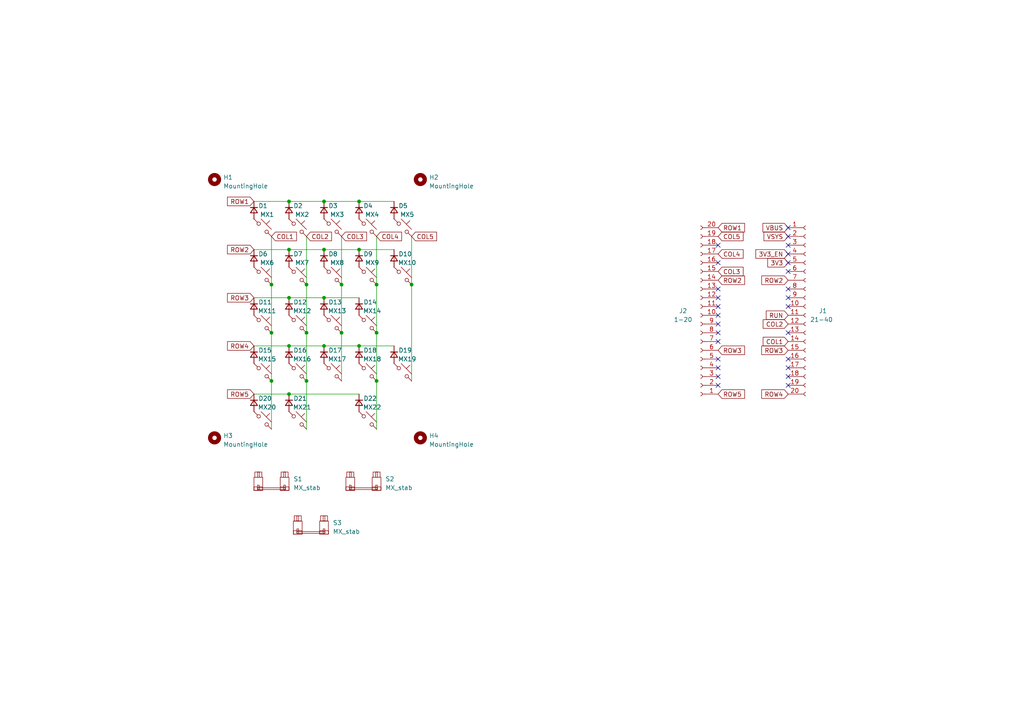
<source format=kicad_sch>
(kicad_sch (version 20230121) (generator eeschema)

  (uuid 682e7361-319b-4b10-b1f0-fcbef3a96c5f)

  (paper "A4")

  (lib_symbols
    (symbol "Connector:Conn_01x20_Socket" (pin_names (offset 1.016) hide) (in_bom yes) (on_board yes)
      (property "Reference" "J" (at 0 25.4 0)
        (effects (font (size 1.27 1.27)))
      )
      (property "Value" "Conn_01x20_Socket" (at 0 -27.94 0)
        (effects (font (size 1.27 1.27)))
      )
      (property "Footprint" "" (at 0 0 0)
        (effects (font (size 1.27 1.27)) hide)
      )
      (property "Datasheet" "~" (at 0 0 0)
        (effects (font (size 1.27 1.27)) hide)
      )
      (property "ki_locked" "" (at 0 0 0)
        (effects (font (size 1.27 1.27)))
      )
      (property "ki_keywords" "connector" (at 0 0 0)
        (effects (font (size 1.27 1.27)) hide)
      )
      (property "ki_description" "Generic connector, single row, 01x20, script generated" (at 0 0 0)
        (effects (font (size 1.27 1.27)) hide)
      )
      (property "ki_fp_filters" "Connector*:*_1x??_*" (at 0 0 0)
        (effects (font (size 1.27 1.27)) hide)
      )
      (symbol "Conn_01x20_Socket_1_1"
        (arc (start 0 -24.892) (mid -0.5058 -25.4) (end 0 -25.908)
          (stroke (width 0.1524) (type default))
          (fill (type none))
        )
        (arc (start 0 -22.352) (mid -0.5058 -22.86) (end 0 -23.368)
          (stroke (width 0.1524) (type default))
          (fill (type none))
        )
        (arc (start 0 -19.812) (mid -0.5058 -20.32) (end 0 -20.828)
          (stroke (width 0.1524) (type default))
          (fill (type none))
        )
        (arc (start 0 -17.272) (mid -0.5058 -17.78) (end 0 -18.288)
          (stroke (width 0.1524) (type default))
          (fill (type none))
        )
        (arc (start 0 -14.732) (mid -0.5058 -15.24) (end 0 -15.748)
          (stroke (width 0.1524) (type default))
          (fill (type none))
        )
        (arc (start 0 -12.192) (mid -0.5058 -12.7) (end 0 -13.208)
          (stroke (width 0.1524) (type default))
          (fill (type none))
        )
        (arc (start 0 -9.652) (mid -0.5058 -10.16) (end 0 -10.668)
          (stroke (width 0.1524) (type default))
          (fill (type none))
        )
        (arc (start 0 -7.112) (mid -0.5058 -7.62) (end 0 -8.128)
          (stroke (width 0.1524) (type default))
          (fill (type none))
        )
        (arc (start 0 -4.572) (mid -0.5058 -5.08) (end 0 -5.588)
          (stroke (width 0.1524) (type default))
          (fill (type none))
        )
        (arc (start 0 -2.032) (mid -0.5058 -2.54) (end 0 -3.048)
          (stroke (width 0.1524) (type default))
          (fill (type none))
        )
        (polyline
          (pts
            (xy -1.27 -25.4)
            (xy -0.508 -25.4)
          )
          (stroke (width 0.1524) (type default))
          (fill (type none))
        )
        (polyline
          (pts
            (xy -1.27 -22.86)
            (xy -0.508 -22.86)
          )
          (stroke (width 0.1524) (type default))
          (fill (type none))
        )
        (polyline
          (pts
            (xy -1.27 -20.32)
            (xy -0.508 -20.32)
          )
          (stroke (width 0.1524) (type default))
          (fill (type none))
        )
        (polyline
          (pts
            (xy -1.27 -17.78)
            (xy -0.508 -17.78)
          )
          (stroke (width 0.1524) (type default))
          (fill (type none))
        )
        (polyline
          (pts
            (xy -1.27 -15.24)
            (xy -0.508 -15.24)
          )
          (stroke (width 0.1524) (type default))
          (fill (type none))
        )
        (polyline
          (pts
            (xy -1.27 -12.7)
            (xy -0.508 -12.7)
          )
          (stroke (width 0.1524) (type default))
          (fill (type none))
        )
        (polyline
          (pts
            (xy -1.27 -10.16)
            (xy -0.508 -10.16)
          )
          (stroke (width 0.1524) (type default))
          (fill (type none))
        )
        (polyline
          (pts
            (xy -1.27 -7.62)
            (xy -0.508 -7.62)
          )
          (stroke (width 0.1524) (type default))
          (fill (type none))
        )
        (polyline
          (pts
            (xy -1.27 -5.08)
            (xy -0.508 -5.08)
          )
          (stroke (width 0.1524) (type default))
          (fill (type none))
        )
        (polyline
          (pts
            (xy -1.27 -2.54)
            (xy -0.508 -2.54)
          )
          (stroke (width 0.1524) (type default))
          (fill (type none))
        )
        (polyline
          (pts
            (xy -1.27 0)
            (xy -0.508 0)
          )
          (stroke (width 0.1524) (type default))
          (fill (type none))
        )
        (polyline
          (pts
            (xy -1.27 2.54)
            (xy -0.508 2.54)
          )
          (stroke (width 0.1524) (type default))
          (fill (type none))
        )
        (polyline
          (pts
            (xy -1.27 5.08)
            (xy -0.508 5.08)
          )
          (stroke (width 0.1524) (type default))
          (fill (type none))
        )
        (polyline
          (pts
            (xy -1.27 7.62)
            (xy -0.508 7.62)
          )
          (stroke (width 0.1524) (type default))
          (fill (type none))
        )
        (polyline
          (pts
            (xy -1.27 10.16)
            (xy -0.508 10.16)
          )
          (stroke (width 0.1524) (type default))
          (fill (type none))
        )
        (polyline
          (pts
            (xy -1.27 12.7)
            (xy -0.508 12.7)
          )
          (stroke (width 0.1524) (type default))
          (fill (type none))
        )
        (polyline
          (pts
            (xy -1.27 15.24)
            (xy -0.508 15.24)
          )
          (stroke (width 0.1524) (type default))
          (fill (type none))
        )
        (polyline
          (pts
            (xy -1.27 17.78)
            (xy -0.508 17.78)
          )
          (stroke (width 0.1524) (type default))
          (fill (type none))
        )
        (polyline
          (pts
            (xy -1.27 20.32)
            (xy -0.508 20.32)
          )
          (stroke (width 0.1524) (type default))
          (fill (type none))
        )
        (polyline
          (pts
            (xy -1.27 22.86)
            (xy -0.508 22.86)
          )
          (stroke (width 0.1524) (type default))
          (fill (type none))
        )
        (arc (start 0 0.508) (mid -0.5058 0) (end 0 -0.508)
          (stroke (width 0.1524) (type default))
          (fill (type none))
        )
        (arc (start 0 3.048) (mid -0.5058 2.54) (end 0 2.032)
          (stroke (width 0.1524) (type default))
          (fill (type none))
        )
        (arc (start 0 5.588) (mid -0.5058 5.08) (end 0 4.572)
          (stroke (width 0.1524) (type default))
          (fill (type none))
        )
        (arc (start 0 8.128) (mid -0.5058 7.62) (end 0 7.112)
          (stroke (width 0.1524) (type default))
          (fill (type none))
        )
        (arc (start 0 10.668) (mid -0.5058 10.16) (end 0 9.652)
          (stroke (width 0.1524) (type default))
          (fill (type none))
        )
        (arc (start 0 13.208) (mid -0.5058 12.7) (end 0 12.192)
          (stroke (width 0.1524) (type default))
          (fill (type none))
        )
        (arc (start 0 15.748) (mid -0.5058 15.24) (end 0 14.732)
          (stroke (width 0.1524) (type default))
          (fill (type none))
        )
        (arc (start 0 18.288) (mid -0.5058 17.78) (end 0 17.272)
          (stroke (width 0.1524) (type default))
          (fill (type none))
        )
        (arc (start 0 20.828) (mid -0.5058 20.32) (end 0 19.812)
          (stroke (width 0.1524) (type default))
          (fill (type none))
        )
        (arc (start 0 23.368) (mid -0.5058 22.86) (end 0 22.352)
          (stroke (width 0.1524) (type default))
          (fill (type none))
        )
        (pin passive line (at -5.08 22.86 0) (length 3.81)
          (name "Pin_1" (effects (font (size 1.27 1.27))))
          (number "1" (effects (font (size 1.27 1.27))))
        )
        (pin passive line (at -5.08 0 0) (length 3.81)
          (name "Pin_10" (effects (font (size 1.27 1.27))))
          (number "10" (effects (font (size 1.27 1.27))))
        )
        (pin passive line (at -5.08 -2.54 0) (length 3.81)
          (name "Pin_11" (effects (font (size 1.27 1.27))))
          (number "11" (effects (font (size 1.27 1.27))))
        )
        (pin passive line (at -5.08 -5.08 0) (length 3.81)
          (name "Pin_12" (effects (font (size 1.27 1.27))))
          (number "12" (effects (font (size 1.27 1.27))))
        )
        (pin passive line (at -5.08 -7.62 0) (length 3.81)
          (name "Pin_13" (effects (font (size 1.27 1.27))))
          (number "13" (effects (font (size 1.27 1.27))))
        )
        (pin passive line (at -5.08 -10.16 0) (length 3.81)
          (name "Pin_14" (effects (font (size 1.27 1.27))))
          (number "14" (effects (font (size 1.27 1.27))))
        )
        (pin passive line (at -5.08 -12.7 0) (length 3.81)
          (name "Pin_15" (effects (font (size 1.27 1.27))))
          (number "15" (effects (font (size 1.27 1.27))))
        )
        (pin passive line (at -5.08 -15.24 0) (length 3.81)
          (name "Pin_16" (effects (font (size 1.27 1.27))))
          (number "16" (effects (font (size 1.27 1.27))))
        )
        (pin passive line (at -5.08 -17.78 0) (length 3.81)
          (name "Pin_17" (effects (font (size 1.27 1.27))))
          (number "17" (effects (font (size 1.27 1.27))))
        )
        (pin passive line (at -5.08 -20.32 0) (length 3.81)
          (name "Pin_18" (effects (font (size 1.27 1.27))))
          (number "18" (effects (font (size 1.27 1.27))))
        )
        (pin passive line (at -5.08 -22.86 0) (length 3.81)
          (name "Pin_19" (effects (font (size 1.27 1.27))))
          (number "19" (effects (font (size 1.27 1.27))))
        )
        (pin passive line (at -5.08 20.32 0) (length 3.81)
          (name "Pin_2" (effects (font (size 1.27 1.27))))
          (number "2" (effects (font (size 1.27 1.27))))
        )
        (pin passive line (at -5.08 -25.4 0) (length 3.81)
          (name "Pin_20" (effects (font (size 1.27 1.27))))
          (number "20" (effects (font (size 1.27 1.27))))
        )
        (pin passive line (at -5.08 17.78 0) (length 3.81)
          (name "Pin_3" (effects (font (size 1.27 1.27))))
          (number "3" (effects (font (size 1.27 1.27))))
        )
        (pin passive line (at -5.08 15.24 0) (length 3.81)
          (name "Pin_4" (effects (font (size 1.27 1.27))))
          (number "4" (effects (font (size 1.27 1.27))))
        )
        (pin passive line (at -5.08 12.7 0) (length 3.81)
          (name "Pin_5" (effects (font (size 1.27 1.27))))
          (number "5" (effects (font (size 1.27 1.27))))
        )
        (pin passive line (at -5.08 10.16 0) (length 3.81)
          (name "Pin_6" (effects (font (size 1.27 1.27))))
          (number "6" (effects (font (size 1.27 1.27))))
        )
        (pin passive line (at -5.08 7.62 0) (length 3.81)
          (name "Pin_7" (effects (font (size 1.27 1.27))))
          (number "7" (effects (font (size 1.27 1.27))))
        )
        (pin passive line (at -5.08 5.08 0) (length 3.81)
          (name "Pin_8" (effects (font (size 1.27 1.27))))
          (number "8" (effects (font (size 1.27 1.27))))
        )
        (pin passive line (at -5.08 2.54 0) (length 3.81)
          (name "Pin_9" (effects (font (size 1.27 1.27))))
          (number "9" (effects (font (size 1.27 1.27))))
        )
      )
    )
    (symbol "Device:D_Small" (pin_numbers hide) (pin_names (offset 0.254) hide) (in_bom yes) (on_board yes)
      (property "Reference" "D" (at -1.27 2.032 0)
        (effects (font (size 1.27 1.27)) (justify left))
      )
      (property "Value" "D_Small" (at -3.81 -2.032 0)
        (effects (font (size 1.27 1.27)) (justify left))
      )
      (property "Footprint" "" (at 0 0 90)
        (effects (font (size 1.27 1.27)) hide)
      )
      (property "Datasheet" "~" (at 0 0 90)
        (effects (font (size 1.27 1.27)) hide)
      )
      (property "Sim.Device" "D" (at 0 0 0)
        (effects (font (size 1.27 1.27)) hide)
      )
      (property "Sim.Pins" "1=K 2=A" (at 0 0 0)
        (effects (font (size 1.27 1.27)) hide)
      )
      (property "ki_keywords" "diode" (at 0 0 0)
        (effects (font (size 1.27 1.27)) hide)
      )
      (property "ki_description" "Diode, small symbol" (at 0 0 0)
        (effects (font (size 1.27 1.27)) hide)
      )
      (property "ki_fp_filters" "TO-???* *_Diode_* *SingleDiode* D_*" (at 0 0 0)
        (effects (font (size 1.27 1.27)) hide)
      )
      (symbol "D_Small_0_1"
        (polyline
          (pts
            (xy -0.762 -1.016)
            (xy -0.762 1.016)
          )
          (stroke (width 0.254) (type default))
          (fill (type none))
        )
        (polyline
          (pts
            (xy -0.762 0)
            (xy 0.762 0)
          )
          (stroke (width 0) (type default))
          (fill (type none))
        )
        (polyline
          (pts
            (xy 0.762 -1.016)
            (xy -0.762 0)
            (xy 0.762 1.016)
            (xy 0.762 -1.016)
          )
          (stroke (width 0.254) (type default))
          (fill (type none))
        )
      )
      (symbol "D_Small_1_1"
        (pin passive line (at -2.54 0 0) (length 1.778)
          (name "K" (effects (font (size 1.27 1.27))))
          (number "1" (effects (font (size 1.27 1.27))))
        )
        (pin passive line (at 2.54 0 180) (length 1.778)
          (name "A" (effects (font (size 1.27 1.27))))
          (number "2" (effects (font (size 1.27 1.27))))
        )
      )
    )
    (symbol "Mechanical:MountingHole" (pin_names (offset 1.016)) (in_bom yes) (on_board yes)
      (property "Reference" "H" (at 0 5.08 0)
        (effects (font (size 1.27 1.27)))
      )
      (property "Value" "MountingHole" (at 0 3.175 0)
        (effects (font (size 1.27 1.27)))
      )
      (property "Footprint" "" (at 0 0 0)
        (effects (font (size 1.27 1.27)) hide)
      )
      (property "Datasheet" "~" (at 0 0 0)
        (effects (font (size 1.27 1.27)) hide)
      )
      (property "ki_keywords" "mounting hole" (at 0 0 0)
        (effects (font (size 1.27 1.27)) hide)
      )
      (property "ki_description" "Mounting Hole without connection" (at 0 0 0)
        (effects (font (size 1.27 1.27)) hide)
      )
      (property "ki_fp_filters" "MountingHole*" (at 0 0 0)
        (effects (font (size 1.27 1.27)) hide)
      )
      (symbol "MountingHole_0_1"
        (circle (center 0 0) (radius 1.27)
          (stroke (width 1.27) (type default))
          (fill (type none))
        )
      )
    )
    (symbol "marbastlib-mx:MX_SW_solder" (pin_numbers hide) (pin_names (offset 1.016) hide) (in_bom yes) (on_board yes)
      (property "Reference" "MX" (at 3.048 1.016 0)
        (effects (font (size 1.27 1.27)) (justify left))
      )
      (property "Value" "MX_SW_solder" (at 0 -3.81 0)
        (effects (font (size 1.27 1.27)))
      )
      (property "Footprint" "PCM_marbastlib-mx:SW_MX_1u" (at 0 0 0)
        (effects (font (size 1.27 1.27)) hide)
      )
      (property "Datasheet" "~" (at 0 0 0)
        (effects (font (size 1.27 1.27)) hide)
      )
      (property "ki_keywords" "switch normally-open pushbutton push-button" (at 0 0 0)
        (effects (font (size 1.27 1.27)) hide)
      )
      (property "ki_description" "Push button switch, normally open, two pins, 45° tilted" (at 0 0 0)
        (effects (font (size 1.27 1.27)) hide)
      )
      (symbol "MX_SW_solder_0_1"
        (circle (center -1.1684 1.1684) (radius 0.508)
          (stroke (width 0) (type default))
          (fill (type none))
        )
        (polyline
          (pts
            (xy -0.508 2.54)
            (xy 2.54 -0.508)
          )
          (stroke (width 0) (type default))
          (fill (type none))
        )
        (polyline
          (pts
            (xy 1.016 1.016)
            (xy 2.032 2.032)
          )
          (stroke (width 0) (type default))
          (fill (type none))
        )
        (polyline
          (pts
            (xy -2.54 2.54)
            (xy -1.524 1.524)
            (xy -1.524 1.524)
          )
          (stroke (width 0) (type default))
          (fill (type none))
        )
        (polyline
          (pts
            (xy 1.524 -1.524)
            (xy 2.54 -2.54)
            (xy 2.54 -2.54)
            (xy 2.54 -2.54)
          )
          (stroke (width 0) (type default))
          (fill (type none))
        )
        (circle (center 1.143 -1.1938) (radius 0.508)
          (stroke (width 0) (type default))
          (fill (type none))
        )
        (pin passive line (at -2.54 2.54 0) (length 0)
          (name "1" (effects (font (size 1.27 1.27))))
          (number "1" (effects (font (size 1.27 1.27))))
        )
        (pin passive line (at 2.54 -2.54 180) (length 0)
          (name "2" (effects (font (size 1.27 1.27))))
          (number "2" (effects (font (size 1.27 1.27))))
        )
      )
    )
    (symbol "marbastlib-mx:MX_stab" (pin_names (offset 1.016)) (in_bom yes) (on_board yes)
      (property "Reference" "S" (at -5.08 6.35 0)
        (effects (font (size 1.27 1.27)) (justify left))
      )
      (property "Value" "MX_stab" (at -5.08 3.81 0)
        (effects (font (size 1.27 1.27)) (justify left))
      )
      (property "Footprint" "PCM_marbastlib-mx:STAB_MX_P_6.25u" (at 0 0 0)
        (effects (font (size 1.27 1.27)) hide)
      )
      (property "Datasheet" "" (at 0 0 0)
        (effects (font (size 1.27 1.27)) hide)
      )
      (property "ki_keywords" "cherry mx stabilizer stab" (at 0 0 0)
        (effects (font (size 1.27 1.27)) hide)
      )
      (property "ki_description" "Cherry MX-style stabilizer" (at 0 0 0)
        (effects (font (size 1.27 1.27)) hide)
      )
      (symbol "MX_stab_0_1"
        (rectangle (start -5.08 -1.524) (end -2.54 -2.54)
          (stroke (width 0) (type default))
          (fill (type none))
        )
        (rectangle (start -5.08 1.27) (end -2.54 -2.54)
          (stroke (width 0) (type default))
          (fill (type none))
        )
        (rectangle (start -4.826 2.794) (end -2.794 1.27)
          (stroke (width 0) (type default))
          (fill (type none))
        )
        (rectangle (start -4.064 -2.286) (end -3.556 -1.016)
          (stroke (width 0) (type default))
          (fill (type none))
        )
        (rectangle (start -4.064 -1.778) (end 4.064 -2.286)
          (stroke (width 0) (type default))
          (fill (type none))
        )
        (rectangle (start -4.064 1.27) (end -3.556 2.794)
          (stroke (width 0) (type default))
          (fill (type none))
        )
        (rectangle (start 2.54 -1.524) (end 5.08 -2.54)
          (stroke (width 0) (type default))
          (fill (type none))
        )
        (rectangle (start 2.54 1.27) (end 5.08 -2.54)
          (stroke (width 0) (type default))
          (fill (type none))
        )
        (rectangle (start 2.794 2.794) (end 4.826 1.27)
          (stroke (width 0) (type default))
          (fill (type none))
        )
        (rectangle (start 3.556 1.27) (end 4.064 2.794)
          (stroke (width 0) (type default))
          (fill (type none))
        )
        (rectangle (start 4.064 -2.286) (end 3.556 -1.016)
          (stroke (width 0) (type default))
          (fill (type none))
        )
      )
    )
  )

  (junction (at 99.06 82.55) (diameter 0) (color 0 0 0 0)
    (uuid 0b1fcea8-32b4-4aeb-9b1f-a5077cf79fd5)
  )
  (junction (at 109.22 110.49) (diameter 0) (color 0 0 0 0)
    (uuid 194c62a8-0965-4b4f-83ca-82022866d92e)
  )
  (junction (at 88.9 96.52) (diameter 0) (color 0 0 0 0)
    (uuid 1e3e4ef8-7f20-4e5a-a99c-4564f66a6231)
  )
  (junction (at 93.98 72.39) (diameter 0) (color 0 0 0 0)
    (uuid 217f1e79-e019-41ed-83e5-ab6cd1c31f70)
  )
  (junction (at 93.98 58.42) (diameter 0) (color 0 0 0 0)
    (uuid 2639fd65-ea7f-4908-9d83-b2949ea5cbd0)
  )
  (junction (at 88.9 110.49) (diameter 0) (color 0 0 0 0)
    (uuid 2c072113-a13f-42f7-8a8d-2eee4d47a542)
  )
  (junction (at 99.06 96.52) (diameter 0) (color 0 0 0 0)
    (uuid 2d351959-5d42-4231-8779-7b61ffa15b8d)
  )
  (junction (at 83.82 100.33) (diameter 0) (color 0 0 0 0)
    (uuid 310d2d21-0602-4189-bafc-a09cbfd7c817)
  )
  (junction (at 104.14 100.33) (diameter 0) (color 0 0 0 0)
    (uuid 3742439c-9757-4539-85f6-d7c554063b26)
  )
  (junction (at 109.22 96.52) (diameter 0) (color 0 0 0 0)
    (uuid 4a5fd884-936d-4f05-ba87-7116dc3af727)
  )
  (junction (at 88.9 82.55) (diameter 0) (color 0 0 0 0)
    (uuid 53a0ad72-37e0-4adf-a289-ee01b8e123be)
  )
  (junction (at 119.38 82.55) (diameter 0) (color 0 0 0 0)
    (uuid 72ba0510-3833-4c93-860e-2ddda97b0269)
  )
  (junction (at 78.74 82.55) (diameter 0) (color 0 0 0 0)
    (uuid a014619f-546a-42ee-9c1d-083a782d93f6)
  )
  (junction (at 83.82 86.36) (diameter 0) (color 0 0 0 0)
    (uuid a09b9daa-c606-4742-b75f-4fa2fbe90b11)
  )
  (junction (at 104.14 72.39) (diameter 0) (color 0 0 0 0)
    (uuid a3b02691-9f4d-40b1-9652-468a61d01437)
  )
  (junction (at 83.82 114.3) (diameter 0) (color 0 0 0 0)
    (uuid c0b1f86f-8811-4314-98b8-b99786d63936)
  )
  (junction (at 93.98 86.36) (diameter 0) (color 0 0 0 0)
    (uuid c4786302-5479-42f5-83c9-8f51dd7c966a)
  )
  (junction (at 78.74 110.49) (diameter 0) (color 0 0 0 0)
    (uuid c608c161-fe6d-44ec-9c44-f83aafd302a0)
  )
  (junction (at 109.22 82.55) (diameter 0) (color 0 0 0 0)
    (uuid d7458d9b-e17a-45b5-acdf-fef40c258d30)
  )
  (junction (at 93.98 100.33) (diameter 0) (color 0 0 0 0)
    (uuid de94ffef-009b-4302-9a50-097b64e584d3)
  )
  (junction (at 104.14 58.42) (diameter 0) (color 0 0 0 0)
    (uuid f0738c65-49e7-4e86-b8ad-6edcec3caf89)
  )
  (junction (at 83.82 58.42) (diameter 0) (color 0 0 0 0)
    (uuid f6d41032-ab4b-4f26-9706-86d573509b93)
  )
  (junction (at 78.74 96.52) (diameter 0) (color 0 0 0 0)
    (uuid fb8ea3bf-abcf-4960-8e8c-a60c3d8b0e0b)
  )
  (junction (at 83.82 72.39) (diameter 0) (color 0 0 0 0)
    (uuid ff13e31c-799d-4933-a8db-8718498dc621)
  )

  (no_connect (at 228.6 68.58) (uuid 010b61dd-b64a-496f-922a-15ffa6f0d64a))
  (no_connect (at 228.6 71.12) (uuid 13128c25-1009-40bd-99a9-7386c346e85d))
  (no_connect (at 228.6 86.36) (uuid 1df3d92f-098e-472b-a430-5b4ceca1c94b))
  (no_connect (at 208.28 96.52) (uuid 341072a9-8d50-43b9-88ef-094d45a9c4dc))
  (no_connect (at 228.6 66.04) (uuid 4518ee07-4e8f-416d-834a-30aa98898705))
  (no_connect (at 208.28 106.68) (uuid 4bdc2490-8fd7-4782-ae8a-46835f1f0a7d))
  (no_connect (at 228.6 96.52) (uuid 4e1ebb53-f154-475a-a03e-f2148d0565f8))
  (no_connect (at 228.6 104.14) (uuid 7d3aa566-e9cd-4970-b249-1cf84acc19fe))
  (no_connect (at 208.28 71.12) (uuid 95ae0833-8c46-4205-b683-6670cca16c08))
  (no_connect (at 208.28 76.2) (uuid 987e4739-3d59-4c18-9e18-21710c434f7e))
  (no_connect (at 228.6 73.66) (uuid 9d0257f3-a502-4429-b5b4-8161ffd74d35))
  (no_connect (at 208.28 104.14) (uuid a01060af-e682-41ed-a100-ef9492e9e565))
  (no_connect (at 208.28 99.06) (uuid a2adcc54-3c26-415d-991e-395e171d7bfb))
  (no_connect (at 228.6 106.68) (uuid a67dad90-282f-4ce9-889b-c126b18451ed))
  (no_connect (at 228.6 78.74) (uuid aafb3e71-024c-4a64-b4f3-281b7367958f))
  (no_connect (at 228.6 109.22) (uuid b01e82d3-cf76-4d66-84a5-e55aec3e8a1c))
  (no_connect (at 208.28 93.98) (uuid b21bb047-6cd0-4655-a4ae-b50f47ba1c51))
  (no_connect (at 208.28 111.76) (uuid bb49e5ea-3490-41b0-9701-d7bc649e91f0))
  (no_connect (at 228.6 76.2) (uuid c00a1301-df8b-46dd-b03a-3c8fe6b33c6c))
  (no_connect (at 228.6 111.76) (uuid c6939555-1e0a-4d5a-b456-9dea7eb036c2))
  (no_connect (at 228.6 88.9) (uuid d6745687-58d7-4e36-8392-ded19613315b))
  (no_connect (at 208.28 86.36) (uuid db06173e-792b-4d4b-b236-3ad8c8ba094b))
  (no_connect (at 208.28 91.44) (uuid e6bc13e9-479c-4dbd-bdc0-853f628e1076))
  (no_connect (at 208.28 88.9) (uuid f8c75446-d676-4a3e-88b7-c995bf363064))
  (no_connect (at 208.28 83.82) (uuid fa6e7e5c-a158-4077-a289-cf6cf14ec1fc))
  (no_connect (at 228.6 83.82) (uuid fbb99ea1-11ea-4d6c-bacb-0f4dd62e3eb6))
  (no_connect (at 208.28 109.22) (uuid fd8829f3-8a2c-469e-ae5e-b9224c9f58fe))

  (wire (pts (xy 93.98 100.33) (xy 104.14 100.33))
    (stroke (width 0) (type default))
    (uuid 00533fce-7ae9-462d-8f5d-08582f67b4ba)
  )
  (wire (pts (xy 73.66 114.3) (xy 83.82 114.3))
    (stroke (width 0) (type default))
    (uuid 00959934-d456-4285-bb38-e342d4a8af29)
  )
  (wire (pts (xy 119.38 82.55) (xy 119.38 110.49))
    (stroke (width 0) (type default))
    (uuid 01582c40-6b86-4cec-8581-032374dce081)
  )
  (wire (pts (xy 93.98 72.39) (xy 104.14 72.39))
    (stroke (width 0) (type default))
    (uuid 11961ed7-6627-4fc2-9a82-df5f09930a87)
  )
  (wire (pts (xy 78.74 82.55) (xy 78.74 96.52))
    (stroke (width 0) (type default))
    (uuid 14b80278-25dc-4b3d-8061-2a0fb14c8c41)
  )
  (wire (pts (xy 83.82 114.3) (xy 104.14 114.3))
    (stroke (width 0) (type default))
    (uuid 1d3d626c-37d0-4fbe-a57f-635820aa3b91)
  )
  (wire (pts (xy 109.22 110.49) (xy 109.22 124.46))
    (stroke (width 0) (type default))
    (uuid 252a8b65-8a75-45d7-8c63-3b2ced2ca1e0)
  )
  (wire (pts (xy 99.06 82.55) (xy 99.06 96.52))
    (stroke (width 0) (type default))
    (uuid 2819ac48-ad5e-4740-9602-524d51de0910)
  )
  (wire (pts (xy 88.9 68.58) (xy 88.9 82.55))
    (stroke (width 0) (type default))
    (uuid 2ca1a6e7-e727-47af-9af6-f03f8a7d83d0)
  )
  (wire (pts (xy 119.38 68.58) (xy 119.38 82.55))
    (stroke (width 0) (type default))
    (uuid 4c36b3f8-8a2f-4ae6-b406-26d81e345593)
  )
  (wire (pts (xy 78.74 110.49) (xy 78.74 124.46))
    (stroke (width 0) (type default))
    (uuid 67d75950-8e6b-48d4-9051-00b0a60f15c7)
  )
  (wire (pts (xy 83.82 58.42) (xy 93.98 58.42))
    (stroke (width 0) (type default))
    (uuid 6a83c276-4f1a-4a0c-bf14-990dfff3e0c5)
  )
  (wire (pts (xy 99.06 96.52) (xy 99.06 110.49))
    (stroke (width 0) (type default))
    (uuid 6e02b8a2-f5bb-4257-98bb-5447156ab483)
  )
  (wire (pts (xy 109.22 68.58) (xy 109.22 82.55))
    (stroke (width 0) (type default))
    (uuid 7331bcb5-2f58-4809-b6d8-85f879cf3388)
  )
  (wire (pts (xy 78.74 68.58) (xy 78.74 82.55))
    (stroke (width 0) (type default))
    (uuid 742f4ce3-f29f-4b33-a606-205db299f283)
  )
  (wire (pts (xy 88.9 82.55) (xy 88.9 96.52))
    (stroke (width 0) (type default))
    (uuid 843dde52-9ab4-4ff4-8b03-c5a462e26207)
  )
  (wire (pts (xy 93.98 58.42) (xy 104.14 58.42))
    (stroke (width 0) (type default))
    (uuid 95dde900-760f-473b-b585-fb9fd11b6d5d)
  )
  (wire (pts (xy 99.06 68.58) (xy 99.06 82.55))
    (stroke (width 0) (type default))
    (uuid 9db6004f-79ff-4071-9abd-24555fbd4222)
  )
  (wire (pts (xy 93.98 86.36) (xy 104.14 86.36))
    (stroke (width 0) (type default))
    (uuid 9e0f7569-2320-4a20-9b32-ece10ace2773)
  )
  (wire (pts (xy 104.14 72.39) (xy 114.3 72.39))
    (stroke (width 0) (type default))
    (uuid 9e71f9bb-893a-4ab2-9d38-f1e807fc53bb)
  )
  (wire (pts (xy 73.66 58.42) (xy 83.82 58.42))
    (stroke (width 0) (type default))
    (uuid 9fe26a5c-b2f9-488b-a600-66fc52770859)
  )
  (wire (pts (xy 109.22 82.55) (xy 109.22 96.52))
    (stroke (width 0) (type default))
    (uuid a1f0c330-368d-4047-9e64-ea023bd9b06d)
  )
  (wire (pts (xy 88.9 110.49) (xy 88.9 124.46))
    (stroke (width 0) (type default))
    (uuid b5157753-dfa1-4254-b27d-7593b8fdf97f)
  )
  (wire (pts (xy 73.66 72.39) (xy 83.82 72.39))
    (stroke (width 0) (type default))
    (uuid b71299d7-b993-4ba5-9b47-0ca47469e34e)
  )
  (wire (pts (xy 78.74 96.52) (xy 78.74 110.49))
    (stroke (width 0) (type default))
    (uuid bd4938d0-a8fe-4daa-ab25-a767120b4a9c)
  )
  (wire (pts (xy 109.22 96.52) (xy 109.22 110.49))
    (stroke (width 0) (type default))
    (uuid c64cd200-8b33-4a52-b07a-dee4da2c7a68)
  )
  (wire (pts (xy 104.14 100.33) (xy 114.3 100.33))
    (stroke (width 0) (type default))
    (uuid c6610567-48c5-4a14-9691-70c0da8cf8a5)
  )
  (wire (pts (xy 83.82 100.33) (xy 93.98 100.33))
    (stroke (width 0) (type default))
    (uuid c66a2a4a-b850-4ca0-82c5-bb46904d1442)
  )
  (wire (pts (xy 83.82 72.39) (xy 93.98 72.39))
    (stroke (width 0) (type default))
    (uuid c915457c-4c4e-42b7-9ede-c65e498e4475)
  )
  (wire (pts (xy 73.66 86.36) (xy 83.82 86.36))
    (stroke (width 0) (type default))
    (uuid e5894ac8-517b-422c-b19b-4ec7df604901)
  )
  (wire (pts (xy 88.9 96.52) (xy 88.9 110.49))
    (stroke (width 0) (type default))
    (uuid f05598c1-450e-4bec-bcae-73589d027a0a)
  )
  (wire (pts (xy 73.66 100.33) (xy 83.82 100.33))
    (stroke (width 0) (type default))
    (uuid f4372af1-4afa-477d-b8fe-d6d2f9d7be34)
  )
  (wire (pts (xy 104.14 58.42) (xy 114.3 58.42))
    (stroke (width 0) (type default))
    (uuid f6e1b1a7-d2bc-4df9-af53-9693976c05bb)
  )
  (wire (pts (xy 83.82 86.36) (xy 93.98 86.36))
    (stroke (width 0) (type default))
    (uuid f89e3b21-48ec-44d9-8754-d1bd45597a65)
  )

  (global_label "ROW2" (shape input) (at 208.28 81.28 0) (fields_autoplaced)
    (effects (font (size 1.27 1.27)) (justify left))
    (uuid 03108a36-2493-435d-8194-aee48cc67ac3)
    (property "Intersheetrefs" "${INTERSHEET_REFS}" (at 216.4472 81.28 0)
      (effects (font (size 1.27 1.27)) (justify left) hide)
    )
  )
  (global_label "ROW4" (shape input) (at 228.6 114.3 180) (fields_autoplaced)
    (effects (font (size 1.27 1.27)) (justify right))
    (uuid 0800610c-0258-4235-8319-0f0962e3f410)
    (property "Intersheetrefs" "${INTERSHEET_REFS}" (at 220.4328 114.3 0)
      (effects (font (size 1.27 1.27)) (justify right) hide)
    )
  )
  (global_label "COL5" (shape input) (at 208.28 68.58 0) (fields_autoplaced)
    (effects (font (size 1.27 1.27)) (justify left))
    (uuid 102f8320-6e7d-4b21-8166-a8917e967776)
    (property "Intersheetrefs" "${INTERSHEET_REFS}" (at 216.0239 68.58 0)
      (effects (font (size 1.27 1.27)) (justify left) hide)
    )
  )
  (global_label "COL4" (shape input) (at 109.22 68.58 0) (fields_autoplaced)
    (effects (font (size 1.27 1.27)) (justify left))
    (uuid 240c4540-4a6f-44bc-83b3-2a8cb429ec05)
    (property "Intersheetrefs" "${INTERSHEET_REFS}" (at 116.9639 68.58 0)
      (effects (font (size 1.27 1.27)) (justify left) hide)
    )
  )
  (global_label "3V3" (shape input) (at 228.6 76.2 180) (fields_autoplaced)
    (effects (font (size 1.27 1.27)) (justify right))
    (uuid 2dc25885-cadd-4ed6-89ab-a9ee45cb2389)
    (property "Intersheetrefs" "${INTERSHEET_REFS}" (at 222.1866 76.2 0)
      (effects (font (size 1.27 1.27)) (justify right) hide)
    )
  )
  (global_label "COL5" (shape input) (at 119.38 68.58 0) (fields_autoplaced)
    (effects (font (size 1.27 1.27)) (justify left))
    (uuid 3402a697-d535-4e0a-ab45-60a3f200bad4)
    (property "Intersheetrefs" "${INTERSHEET_REFS}" (at 127.1239 68.58 0)
      (effects (font (size 1.27 1.27)) (justify left) hide)
    )
  )
  (global_label "COL2" (shape input) (at 228.6 93.98 180) (fields_autoplaced)
    (effects (font (size 1.27 1.27)) (justify right))
    (uuid 3f25e1a8-6703-4a02-ae05-7dd1771cce3f)
    (property "Intersheetrefs" "${INTERSHEET_REFS}" (at 220.8561 93.98 0)
      (effects (font (size 1.27 1.27)) (justify right) hide)
    )
  )
  (global_label "ROW1" (shape input) (at 73.66 58.42 180) (fields_autoplaced)
    (effects (font (size 1.27 1.27)) (justify right))
    (uuid 4b200ac0-9be1-4fd3-b28f-70a3422f494f)
    (property "Intersheetrefs" "${INTERSHEET_REFS}" (at 65.4928 58.42 0)
      (effects (font (size 1.27 1.27)) (justify right) hide)
    )
  )
  (global_label "COL2" (shape input) (at 88.9 68.58 0) (fields_autoplaced)
    (effects (font (size 1.27 1.27)) (justify left))
    (uuid 4b744179-df00-41ce-8c1b-9e44ee11de1c)
    (property "Intersheetrefs" "${INTERSHEET_REFS}" (at 96.6439 68.58 0)
      (effects (font (size 1.27 1.27)) (justify left) hide)
    )
  )
  (global_label "ROW5" (shape input) (at 208.28 114.3 0) (fields_autoplaced)
    (effects (font (size 1.27 1.27)) (justify left))
    (uuid 568a0f4f-b286-4c5b-a463-544ec0fcdf73)
    (property "Intersheetrefs" "${INTERSHEET_REFS}" (at 216.4472 114.3 0)
      (effects (font (size 1.27 1.27)) (justify left) hide)
    )
  )
  (global_label "ROW3" (shape input) (at 208.28 101.6 0) (fields_autoplaced)
    (effects (font (size 1.27 1.27)) (justify left))
    (uuid 60237f15-f5a8-4bf6-b1c0-1218e3c7cc85)
    (property "Intersheetrefs" "${INTERSHEET_REFS}" (at 216.4472 101.6 0)
      (effects (font (size 1.27 1.27)) (justify left) hide)
    )
  )
  (global_label "3V3_EN" (shape input) (at 228.6 73.66 180) (fields_autoplaced)
    (effects (font (size 1.27 1.27)) (justify right))
    (uuid 608ab378-2035-413e-8bcf-a15d6b51243c)
    (property "Intersheetrefs" "${INTERSHEET_REFS}" (at 218.7395 73.66 0)
      (effects (font (size 1.27 1.27)) (justify right) hide)
    )
  )
  (global_label "VBUS" (shape input) (at 228.6 66.04 180) (fields_autoplaced)
    (effects (font (size 1.27 1.27)) (justify right))
    (uuid 6ebe61ea-8c93-4986-90c3-32a633c86a9a)
    (property "Intersheetrefs" "${INTERSHEET_REFS}" (at 220.7956 66.04 0)
      (effects (font (size 1.27 1.27)) (justify right) hide)
    )
  )
  (global_label "VSYS" (shape input) (at 228.6 68.58 180) (fields_autoplaced)
    (effects (font (size 1.27 1.27)) (justify right))
    (uuid 76388c00-0062-42c6-a6c3-c6b80ed7a379)
    (property "Intersheetrefs" "${INTERSHEET_REFS}" (at 221.098 68.58 0)
      (effects (font (size 1.27 1.27)) (justify right) hide)
    )
  )
  (global_label "ROW3" (shape input) (at 228.6 101.6 180) (fields_autoplaced)
    (effects (font (size 1.27 1.27)) (justify right))
    (uuid 7d3d524a-225b-4df3-97e5-5b5d81666d7c)
    (property "Intersheetrefs" "${INTERSHEET_REFS}" (at 220.4328 101.6 0)
      (effects (font (size 1.27 1.27)) (justify right) hide)
    )
  )
  (global_label "COL4" (shape input) (at 208.28 73.66 0) (fields_autoplaced)
    (effects (font (size 1.27 1.27)) (justify left))
    (uuid 847800e6-1a58-4064-b3cc-ef2483e62978)
    (property "Intersheetrefs" "${INTERSHEET_REFS}" (at 216.0239 73.66 0)
      (effects (font (size 1.27 1.27)) (justify left) hide)
    )
  )
  (global_label "ROW4" (shape input) (at 73.66 100.33 180) (fields_autoplaced)
    (effects (font (size 1.27 1.27)) (justify right))
    (uuid 8d8dc057-15bd-4a4e-99f0-7f9d0db87778)
    (property "Intersheetrefs" "${INTERSHEET_REFS}" (at 65.4928 100.33 0)
      (effects (font (size 1.27 1.27)) (justify right) hide)
    )
  )
  (global_label "ROW1" (shape input) (at 208.28 66.04 0) (fields_autoplaced)
    (effects (font (size 1.27 1.27)) (justify left))
    (uuid 8dcfad3a-9414-4ad4-be3e-d281e62d8b43)
    (property "Intersheetrefs" "${INTERSHEET_REFS}" (at 216.4472 66.04 0)
      (effects (font (size 1.27 1.27)) (justify left) hide)
    )
  )
  (global_label "ROW5" (shape input) (at 73.66 114.3 180) (fields_autoplaced)
    (effects (font (size 1.27 1.27)) (justify right))
    (uuid 8e7ef881-0090-45e3-b689-dcbcb5ac6b98)
    (property "Intersheetrefs" "${INTERSHEET_REFS}" (at 65.4928 114.3 0)
      (effects (font (size 1.27 1.27)) (justify right) hide)
    )
  )
  (global_label "ROW3" (shape input) (at 73.66 86.36 180) (fields_autoplaced)
    (effects (font (size 1.27 1.27)) (justify right))
    (uuid 9249d245-a78f-4a50-9e52-b7e5bd50ba42)
    (property "Intersheetrefs" "${INTERSHEET_REFS}" (at 65.4928 86.36 0)
      (effects (font (size 1.27 1.27)) (justify right) hide)
    )
  )
  (global_label "COL3" (shape input) (at 208.28 78.74 0) (fields_autoplaced)
    (effects (font (size 1.27 1.27)) (justify left))
    (uuid b04b7e0f-149f-443c-a294-813344520f1a)
    (property "Intersheetrefs" "${INTERSHEET_REFS}" (at 216.0239 78.74 0)
      (effects (font (size 1.27 1.27)) (justify left) hide)
    )
  )
  (global_label "ROW2" (shape input) (at 73.66 72.39 180) (fields_autoplaced)
    (effects (font (size 1.27 1.27)) (justify right))
    (uuid c1e7f1e1-e2de-4e18-8783-1c98140b2386)
    (property "Intersheetrefs" "${INTERSHEET_REFS}" (at 65.4928 72.39 0)
      (effects (font (size 1.27 1.27)) (justify right) hide)
    )
  )
  (global_label "ROW2" (shape input) (at 228.6 81.28 180) (fields_autoplaced)
    (effects (font (size 1.27 1.27)) (justify right))
    (uuid d6cc3020-765e-4105-af02-5efd388eb31a)
    (property "Intersheetrefs" "${INTERSHEET_REFS}" (at 220.4328 81.28 0)
      (effects (font (size 1.27 1.27)) (justify right) hide)
    )
  )
  (global_label "COL1" (shape input) (at 228.6 99.06 180) (fields_autoplaced)
    (effects (font (size 1.27 1.27)) (justify right))
    (uuid dbdecebc-1c35-43d3-9345-9f4a3dbfd0d8)
    (property "Intersheetrefs" "${INTERSHEET_REFS}" (at 220.8561 99.06 0)
      (effects (font (size 1.27 1.27)) (justify right) hide)
    )
  )
  (global_label "COL1" (shape input) (at 78.74 68.58 0) (fields_autoplaced)
    (effects (font (size 1.27 1.27)) (justify left))
    (uuid e2acd91c-edba-4bb6-b944-1f5015e703da)
    (property "Intersheetrefs" "${INTERSHEET_REFS}" (at 86.4839 68.58 0)
      (effects (font (size 1.27 1.27)) (justify left) hide)
    )
  )
  (global_label "COL3" (shape input) (at 99.06 68.58 0) (fields_autoplaced)
    (effects (font (size 1.27 1.27)) (justify left))
    (uuid e559bf87-7601-40b8-ad36-a6800e79cfe2)
    (property "Intersheetrefs" "${INTERSHEET_REFS}" (at 106.8039 68.58 0)
      (effects (font (size 1.27 1.27)) (justify left) hide)
    )
  )
  (global_label "RUN" (shape input) (at 228.6 91.44 180) (fields_autoplaced)
    (effects (font (size 1.27 1.27)) (justify right))
    (uuid f090865d-5969-41ef-a085-72e28d86c9d3)
    (property "Intersheetrefs" "${INTERSHEET_REFS}" (at 221.7632 91.44 0)
      (effects (font (size 1.27 1.27)) (justify right) hide)
    )
  )

  (symbol (lib_id "Device:D_Small") (at 73.66 116.84 270) (unit 1)
    (in_bom yes) (on_board yes) (dnp no)
    (uuid 0eb4402a-4edc-4f46-87fc-f73d9931672b)
    (property "Reference" "D20" (at 74.93 115.57 90)
      (effects (font (size 1.27 1.27)) (justify left))
    )
    (property "Value" "D_Small" (at 64.77 121.92 90)
      (effects (font (size 1.27 1.27)) (justify left) hide)
    )
    (property "Footprint" "Diode_SMD:D_SOD-123F" (at 73.66 116.84 90)
      (effects (font (size 1.27 1.27)) hide)
    )
    (property "Datasheet" "https://datasheet.lcsc.com/lcsc/1809301215_MDD-Microdiode-Electronics--SM4007PL_C64898.pdfhttps://datasheet.lcsc.com/lcsc/1809301215_MDD-Microdiode-Electronics--SM4007PL_C64898.pdf" (at 73.66 116.84 90)
      (effects (font (size 1.27 1.27)) hide)
    )
    (property "Sim.Device" "D" (at 73.66 116.84 0)
      (effects (font (size 1.27 1.27)) hide)
    )
    (property "Sim.Pins" "1=K 2=A" (at 73.66 116.84 0)
      (effects (font (size 1.27 1.27)) hide)
    )
    (property "LCSC Part #" "C64898" (at 73.66 116.84 90)
      (effects (font (size 1.27 1.27)) hide)
    )
    (pin "1" (uuid 795551fc-3407-4222-a1a7-15d2a31f3673))
    (pin "2" (uuid 9ffd623c-11d0-4512-a790-8e616a753d9d))
    (instances
      (project "avid-num-pico"
        (path "/682e7361-319b-4b10-b1f0-fcbef3a96c5f"
          (reference "D20") (unit 1)
        )
      )
    )
  )

  (symbol (lib_id "Mechanical:MountingHole") (at 121.92 52.07 0) (unit 1)
    (in_bom yes) (on_board yes) (dnp no) (fields_autoplaced)
    (uuid 0ed7b60c-9a7d-41a1-814d-cf70c605b554)
    (property "Reference" "H2" (at 124.46 51.435 0)
      (effects (font (size 1.27 1.27)) (justify left))
    )
    (property "Value" "MountingHole" (at 124.46 53.975 0)
      (effects (font (size 1.27 1.27)) (justify left))
    )
    (property "Footprint" "MountingHole:MountingHole_2.7mm_M2.5" (at 121.92 52.07 0)
      (effects (font (size 1.27 1.27)) hide)
    )
    (property "Datasheet" "~" (at 121.92 52.07 0)
      (effects (font (size 1.27 1.27)) hide)
    )
    (instances
      (project "avid-num-pico"
        (path "/682e7361-319b-4b10-b1f0-fcbef3a96c5f"
          (reference "H2") (unit 1)
        )
      )
    )
  )

  (symbol (lib_id "Device:D_Small") (at 93.98 60.96 270) (unit 1)
    (in_bom yes) (on_board yes) (dnp no)
    (uuid 11392699-7d84-45ea-a415-0e2d0753cd44)
    (property "Reference" "D3" (at 95.25 59.69 90)
      (effects (font (size 1.27 1.27)) (justify left))
    )
    (property "Value" "D_Small" (at 85.09 66.04 90)
      (effects (font (size 1.27 1.27)) (justify left) hide)
    )
    (property "Footprint" "Diode_SMD:D_SOD-123F" (at 93.98 60.96 90)
      (effects (font (size 1.27 1.27)) hide)
    )
    (property "Datasheet" "https://datasheet.lcsc.com/lcsc/1809301215_MDD-Microdiode-Electronics--SM4007PL_C64898.pdfhttps://datasheet.lcsc.com/lcsc/1809301215_MDD-Microdiode-Electronics--SM4007PL_C64898.pdf" (at 93.98 60.96 90)
      (effects (font (size 1.27 1.27)) hide)
    )
    (property "Sim.Device" "D" (at 93.98 60.96 0)
      (effects (font (size 1.27 1.27)) hide)
    )
    (property "Sim.Pins" "1=K 2=A" (at 93.98 60.96 0)
      (effects (font (size 1.27 1.27)) hide)
    )
    (property "LCSC Part #" "C64898" (at 93.98 60.96 90)
      (effects (font (size 1.27 1.27)) hide)
    )
    (pin "1" (uuid 3f86e1ee-a14f-40ab-a2fc-a19fcae60ac7))
    (pin "2" (uuid d378fdca-6db5-43fb-b7af-1bbc3fdf0606))
    (instances
      (project "avid-num-pico"
        (path "/682e7361-319b-4b10-b1f0-fcbef3a96c5f"
          (reference "D3") (unit 1)
        )
      )
    )
  )

  (symbol (lib_id "marbastlib-mx:MX_SW_solder") (at 86.36 121.92 0) (unit 1)
    (in_bom yes) (on_board yes) (dnp no)
    (uuid 16e1a363-b24c-473f-bcaa-06820e38a1b5)
    (property "Reference" "MX21" (at 87.63 118.11 0)
      (effects (font (size 1.27 1.27)))
    )
    (property "Value" "MX_SW_solder" (at 86.36 118.11 0)
      (effects (font (size 1.27 1.27)) hide)
    )
    (property "Footprint" "marbastlib-mx:SW_MX_1u" (at 86.36 121.92 0)
      (effects (font (size 1.27 1.27)) hide)
    )
    (property "Datasheet" "~" (at 86.36 121.92 0)
      (effects (font (size 1.27 1.27)) hide)
    )
    (pin "1" (uuid 0393825f-f9a8-45cc-9ac6-46668c8ba043))
    (pin "2" (uuid 4193c2ca-cfbd-4aa1-8237-e26a0e810ea1))
    (instances
      (project "avid-num-pico"
        (path "/682e7361-319b-4b10-b1f0-fcbef3a96c5f"
          (reference "MX21") (unit 1)
        )
      )
    )
  )

  (symbol (lib_id "Device:D_Small") (at 104.14 88.9 270) (unit 1)
    (in_bom yes) (on_board yes) (dnp no)
    (uuid 1cbc774e-b1ce-4f8f-b2fb-61595416f924)
    (property "Reference" "D14" (at 105.41 87.63 90)
      (effects (font (size 1.27 1.27)) (justify left))
    )
    (property "Value" "D_Small" (at 95.25 93.98 90)
      (effects (font (size 1.27 1.27)) (justify left) hide)
    )
    (property "Footprint" "Diode_SMD:D_SOD-123F" (at 104.14 88.9 90)
      (effects (font (size 1.27 1.27)) hide)
    )
    (property "Datasheet" "https://datasheet.lcsc.com/lcsc/1809301215_MDD-Microdiode-Electronics--SM4007PL_C64898.pdfhttps://datasheet.lcsc.com/lcsc/1809301215_MDD-Microdiode-Electronics--SM4007PL_C64898.pdf" (at 104.14 88.9 90)
      (effects (font (size 1.27 1.27)) hide)
    )
    (property "Sim.Device" "D" (at 104.14 88.9 0)
      (effects (font (size 1.27 1.27)) hide)
    )
    (property "Sim.Pins" "1=K 2=A" (at 104.14 88.9 0)
      (effects (font (size 1.27 1.27)) hide)
    )
    (property "LCSC Part #" "C64898" (at 104.14 88.9 90)
      (effects (font (size 1.27 1.27)) hide)
    )
    (pin "1" (uuid e6a7c8e4-2eed-4c1c-a4e7-9e74df3daf25))
    (pin "2" (uuid b843bcaa-6b8a-4467-955f-cd8293a54335))
    (instances
      (project "avid-num-pico"
        (path "/682e7361-319b-4b10-b1f0-fcbef3a96c5f"
          (reference "D14") (unit 1)
        )
      )
    )
  )

  (symbol (lib_id "Device:D_Small") (at 83.82 74.93 270) (unit 1)
    (in_bom yes) (on_board yes) (dnp no)
    (uuid 20dc3748-e6ad-4e82-9cf0-ed78b7294d25)
    (property "Reference" "D7" (at 85.09 73.66 90)
      (effects (font (size 1.27 1.27)) (justify left))
    )
    (property "Value" "D_Small" (at 74.93 80.01 90)
      (effects (font (size 1.27 1.27)) (justify left) hide)
    )
    (property "Footprint" "Diode_SMD:D_SOD-123F" (at 83.82 74.93 90)
      (effects (font (size 1.27 1.27)) hide)
    )
    (property "Datasheet" "https://datasheet.lcsc.com/lcsc/1809301215_MDD-Microdiode-Electronics--SM4007PL_C64898.pdfhttps://datasheet.lcsc.com/lcsc/1809301215_MDD-Microdiode-Electronics--SM4007PL_C64898.pdf" (at 83.82 74.93 90)
      (effects (font (size 1.27 1.27)) hide)
    )
    (property "Sim.Device" "D" (at 83.82 74.93 0)
      (effects (font (size 1.27 1.27)) hide)
    )
    (property "Sim.Pins" "1=K 2=A" (at 83.82 74.93 0)
      (effects (font (size 1.27 1.27)) hide)
    )
    (property "LCSC Part #" "C64898" (at 83.82 74.93 90)
      (effects (font (size 1.27 1.27)) hide)
    )
    (pin "1" (uuid 1f83fc65-1fe6-4e76-b140-d8d2703752f9))
    (pin "2" (uuid 6f8670ca-b440-4807-8ce3-dc10a9500f3f))
    (instances
      (project "avid-num-pico"
        (path "/682e7361-319b-4b10-b1f0-fcbef3a96c5f"
          (reference "D7") (unit 1)
        )
      )
    )
  )

  (symbol (lib_id "Device:D_Small") (at 83.82 60.96 270) (unit 1)
    (in_bom yes) (on_board yes) (dnp no)
    (uuid 2d7ae2c5-6103-4006-9b23-ccfcf43ec7d4)
    (property "Reference" "D2" (at 85.09 59.69 90)
      (effects (font (size 1.27 1.27)) (justify left))
    )
    (property "Value" "D_Small" (at 74.93 66.04 90)
      (effects (font (size 1.27 1.27)) (justify left) hide)
    )
    (property "Footprint" "Diode_SMD:D_SOD-123F" (at 83.82 60.96 90)
      (effects (font (size 1.27 1.27)) hide)
    )
    (property "Datasheet" "https://datasheet.lcsc.com/lcsc/1809301215_MDD-Microdiode-Electronics--SM4007PL_C64898.pdfhttps://datasheet.lcsc.com/lcsc/1809301215_MDD-Microdiode-Electronics--SM4007PL_C64898.pdf" (at 83.82 60.96 90)
      (effects (font (size 1.27 1.27)) hide)
    )
    (property "Sim.Device" "D" (at 83.82 60.96 0)
      (effects (font (size 1.27 1.27)) hide)
    )
    (property "Sim.Pins" "1=K 2=A" (at 83.82 60.96 0)
      (effects (font (size 1.27 1.27)) hide)
    )
    (property "LCSC Part #" "C64898" (at 83.82 60.96 90)
      (effects (font (size 1.27 1.27)) hide)
    )
    (pin "1" (uuid 93941641-c745-4dc4-a790-51a8de7df8c2))
    (pin "2" (uuid 9f24f984-b401-42db-bb36-1847e155978b))
    (instances
      (project "avid-num-pico"
        (path "/682e7361-319b-4b10-b1f0-fcbef3a96c5f"
          (reference "D2") (unit 1)
        )
      )
    )
  )

  (symbol (lib_id "marbastlib-mx:MX_SW_solder") (at 76.2 107.95 0) (unit 1)
    (in_bom yes) (on_board yes) (dnp no)
    (uuid 32d8841a-b96c-472f-8abd-eb6b7778881c)
    (property "Reference" "MX15" (at 77.47 104.14 0)
      (effects (font (size 1.27 1.27)))
    )
    (property "Value" "MX_SW_solder" (at 76.2 104.14 0)
      (effects (font (size 1.27 1.27)) hide)
    )
    (property "Footprint" "marbastlib-mx:SW_MX_1u" (at 76.2 107.95 0)
      (effects (font (size 1.27 1.27)) hide)
    )
    (property "Datasheet" "~" (at 76.2 107.95 0)
      (effects (font (size 1.27 1.27)) hide)
    )
    (pin "1" (uuid 8c78a003-1224-4086-9124-86f5f5edf3aa))
    (pin "2" (uuid 7e3d8a23-4be6-4abe-87a5-01172a77aefa))
    (instances
      (project "avid-num-pico"
        (path "/682e7361-319b-4b10-b1f0-fcbef3a96c5f"
          (reference "MX15") (unit 1)
        )
      )
    )
  )

  (symbol (lib_id "marbastlib-mx:MX_SW_solder") (at 76.2 121.92 0) (unit 1)
    (in_bom yes) (on_board yes) (dnp no)
    (uuid 33014565-edd6-446b-809f-2a536f0e1e24)
    (property "Reference" "MX20" (at 77.47 118.11 0)
      (effects (font (size 1.27 1.27)))
    )
    (property "Value" "MX_SW_solder" (at 76.2 118.11 0)
      (effects (font (size 1.27 1.27)) hide)
    )
    (property "Footprint" "marbastlib-mx:SW_MX_1u" (at 76.2 121.92 0)
      (effects (font (size 1.27 1.27)) hide)
    )
    (property "Datasheet" "~" (at 76.2 121.92 0)
      (effects (font (size 1.27 1.27)) hide)
    )
    (pin "1" (uuid f350d54b-4099-4339-a7c9-85924b93bfb7))
    (pin "2" (uuid b8bda802-d265-4dc2-a2de-e7f6710fea1f))
    (instances
      (project "avid-num-pico"
        (path "/682e7361-319b-4b10-b1f0-fcbef3a96c5f"
          (reference "MX20") (unit 1)
        )
      )
    )
  )

  (symbol (lib_id "Device:D_Small") (at 104.14 102.87 270) (unit 1)
    (in_bom yes) (on_board yes) (dnp no)
    (uuid 393ebced-c8ee-4f6f-ad7f-d9ac95cca994)
    (property "Reference" "D18" (at 105.41 101.6 90)
      (effects (font (size 1.27 1.27)) (justify left))
    )
    (property "Value" "D_Small" (at 95.25 107.95 90)
      (effects (font (size 1.27 1.27)) (justify left) hide)
    )
    (property "Footprint" "Diode_SMD:D_SOD-123F" (at 104.14 102.87 90)
      (effects (font (size 1.27 1.27)) hide)
    )
    (property "Datasheet" "https://datasheet.lcsc.com/lcsc/1809301215_MDD-Microdiode-Electronics--SM4007PL_C64898.pdfhttps://datasheet.lcsc.com/lcsc/1809301215_MDD-Microdiode-Electronics--SM4007PL_C64898.pdf" (at 104.14 102.87 90)
      (effects (font (size 1.27 1.27)) hide)
    )
    (property "Sim.Device" "D" (at 104.14 102.87 0)
      (effects (font (size 1.27 1.27)) hide)
    )
    (property "Sim.Pins" "1=K 2=A" (at 104.14 102.87 0)
      (effects (font (size 1.27 1.27)) hide)
    )
    (property "LCSC Part #" "C64898" (at 104.14 102.87 90)
      (effects (font (size 1.27 1.27)) hide)
    )
    (pin "1" (uuid dca6579e-febb-4b76-bd0d-bb137f1be7d3))
    (pin "2" (uuid 89d50686-e455-4943-b9f8-d614e3af8c2c))
    (instances
      (project "avid-num-pico"
        (path "/682e7361-319b-4b10-b1f0-fcbef3a96c5f"
          (reference "D18") (unit 1)
        )
      )
    )
  )

  (symbol (lib_id "marbastlib-mx:MX_SW_solder") (at 96.52 80.01 0) (unit 1)
    (in_bom yes) (on_board yes) (dnp no)
    (uuid 3b6b9672-8a07-4ce8-a6a7-3749f47ca99d)
    (property "Reference" "MX8" (at 97.79 76.2 0)
      (effects (font (size 1.27 1.27)))
    )
    (property "Value" "MX_SW_solder" (at 96.52 76.2 0)
      (effects (font (size 1.27 1.27)) hide)
    )
    (property "Footprint" "marbastlib-mx:SW_MX_1u" (at 96.52 80.01 0)
      (effects (font (size 1.27 1.27)) hide)
    )
    (property "Datasheet" "~" (at 96.52 80.01 0)
      (effects (font (size 1.27 1.27)) hide)
    )
    (pin "1" (uuid 53b7a607-9a91-4d67-ba30-bde7b6180fed))
    (pin "2" (uuid 94a6996a-fec7-4f09-8e7f-4733ae470ee7))
    (instances
      (project "avid-num-pico"
        (path "/682e7361-319b-4b10-b1f0-fcbef3a96c5f"
          (reference "MX8") (unit 1)
        )
      )
    )
  )

  (symbol (lib_id "marbastlib-mx:MX_SW_solder") (at 76.2 66.04 0) (unit 1)
    (in_bom yes) (on_board yes) (dnp no)
    (uuid 3d2c1cf3-e31a-460d-b49a-c7f0e4a6da7f)
    (property "Reference" "MX1" (at 77.47 62.23 0)
      (effects (font (size 1.27 1.27)))
    )
    (property "Value" "MX_SW_solder" (at 76.2 62.23 0)
      (effects (font (size 1.27 1.27)) hide)
    )
    (property "Footprint" "marbastlib-mx:SW_MX_1u" (at 76.2 66.04 0)
      (effects (font (size 1.27 1.27)) hide)
    )
    (property "Datasheet" "~" (at 76.2 66.04 0)
      (effects (font (size 1.27 1.27)) hide)
    )
    (pin "1" (uuid ba6d0a50-0930-401c-88f2-80632045d862))
    (pin "2" (uuid 35859e89-c362-4032-a775-b98b7f9087f0))
    (instances
      (project "avid-num-pico"
        (path "/682e7361-319b-4b10-b1f0-fcbef3a96c5f"
          (reference "MX1") (unit 1)
        )
      )
    )
  )

  (symbol (lib_id "Device:D_Small") (at 114.3 60.96 270) (unit 1)
    (in_bom yes) (on_board yes) (dnp no)
    (uuid 416e8b41-427b-4a0f-9fb8-cfa8a9fd7bcd)
    (property "Reference" "D5" (at 115.57 59.69 90)
      (effects (font (size 1.27 1.27)) (justify left))
    )
    (property "Value" "D_Small" (at 105.41 66.04 90)
      (effects (font (size 1.27 1.27)) (justify left) hide)
    )
    (property "Footprint" "Diode_SMD:D_SOD-123F" (at 114.3 60.96 90)
      (effects (font (size 1.27 1.27)) hide)
    )
    (property "Datasheet" "https://datasheet.lcsc.com/lcsc/1809301215_MDD-Microdiode-Electronics--SM4007PL_C64898.pdfhttps://datasheet.lcsc.com/lcsc/1809301215_MDD-Microdiode-Electronics--SM4007PL_C64898.pdf" (at 114.3 60.96 90)
      (effects (font (size 1.27 1.27)) hide)
    )
    (property "Sim.Device" "D" (at 114.3 60.96 0)
      (effects (font (size 1.27 1.27)) hide)
    )
    (property "Sim.Pins" "1=K 2=A" (at 114.3 60.96 0)
      (effects (font (size 1.27 1.27)) hide)
    )
    (property "LCSC Part #" "C64898" (at 114.3 60.96 90)
      (effects (font (size 1.27 1.27)) hide)
    )
    (pin "1" (uuid f4de7f79-891e-49c1-bf62-efdcefcabeee))
    (pin "2" (uuid cb69ce11-88a0-4979-8abe-e286a6abaebb))
    (instances
      (project "avid-num-pico"
        (path "/682e7361-319b-4b10-b1f0-fcbef3a96c5f"
          (reference "D5") (unit 1)
        )
      )
    )
  )

  (symbol (lib_id "Device:D_Small") (at 104.14 60.96 270) (unit 1)
    (in_bom yes) (on_board yes) (dnp no)
    (uuid 42106429-8b7e-489d-823d-3d3c26a2e542)
    (property "Reference" "D4" (at 105.41 59.69 90)
      (effects (font (size 1.27 1.27)) (justify left))
    )
    (property "Value" "D_Small" (at 95.25 66.04 90)
      (effects (font (size 1.27 1.27)) (justify left) hide)
    )
    (property "Footprint" "Diode_SMD:D_SOD-123F" (at 104.14 60.96 90)
      (effects (font (size 1.27 1.27)) hide)
    )
    (property "Datasheet" "https://datasheet.lcsc.com/lcsc/1809301215_MDD-Microdiode-Electronics--SM4007PL_C64898.pdfhttps://datasheet.lcsc.com/lcsc/1809301215_MDD-Microdiode-Electronics--SM4007PL_C64898.pdf" (at 104.14 60.96 90)
      (effects (font (size 1.27 1.27)) hide)
    )
    (property "Sim.Device" "D" (at 104.14 60.96 0)
      (effects (font (size 1.27 1.27)) hide)
    )
    (property "Sim.Pins" "1=K 2=A" (at 104.14 60.96 0)
      (effects (font (size 1.27 1.27)) hide)
    )
    (property "LCSC Part #" "C64898" (at 104.14 60.96 90)
      (effects (font (size 1.27 1.27)) hide)
    )
    (pin "1" (uuid 3e2bea91-2a2a-403b-b1dc-d753e74e660f))
    (pin "2" (uuid d0852ac2-b1c5-4d51-8bda-f54275fe7409))
    (instances
      (project "avid-num-pico"
        (path "/682e7361-319b-4b10-b1f0-fcbef3a96c5f"
          (reference "D4") (unit 1)
        )
      )
    )
  )

  (symbol (lib_id "marbastlib-mx:MX_SW_solder") (at 86.36 93.98 0) (unit 1)
    (in_bom yes) (on_board yes) (dnp no)
    (uuid 4719c1c7-e532-48f0-ac82-a1549a4452a9)
    (property "Reference" "MX12" (at 87.63 90.17 0)
      (effects (font (size 1.27 1.27)))
    )
    (property "Value" "MX_SW_solder" (at 86.36 90.17 0)
      (effects (font (size 1.27 1.27)) hide)
    )
    (property "Footprint" "marbastlib-mx:SW_MX_1u" (at 86.36 93.98 0)
      (effects (font (size 1.27 1.27)) hide)
    )
    (property "Datasheet" "~" (at 86.36 93.98 0)
      (effects (font (size 1.27 1.27)) hide)
    )
    (pin "1" (uuid 0379f3c1-ea73-48e6-962c-2cfb73d174ad))
    (pin "2" (uuid 5647a4e3-23d0-42b4-82a6-a0db311ebdd2))
    (instances
      (project "avid-num-pico"
        (path "/682e7361-319b-4b10-b1f0-fcbef3a96c5f"
          (reference "MX12") (unit 1)
        )
      )
    )
  )

  (symbol (lib_id "marbastlib-mx:MX_SW_solder") (at 96.52 107.95 0) (unit 1)
    (in_bom yes) (on_board yes) (dnp no)
    (uuid 47ed2fcc-1934-4e05-9f31-0d3091eb2f2d)
    (property "Reference" "MX17" (at 97.79 104.14 0)
      (effects (font (size 1.27 1.27)))
    )
    (property "Value" "MX_SW_solder" (at 96.52 104.14 0)
      (effects (font (size 1.27 1.27)) hide)
    )
    (property "Footprint" "marbastlib-mx:SW_MX_1u" (at 96.52 107.95 0)
      (effects (font (size 1.27 1.27)) hide)
    )
    (property "Datasheet" "~" (at 96.52 107.95 0)
      (effects (font (size 1.27 1.27)) hide)
    )
    (pin "1" (uuid 1415c98a-a8fe-4e73-8483-afd85861d4f5))
    (pin "2" (uuid 2f0a4858-649e-4922-b9aa-2d1e2569967d))
    (instances
      (project "avid-num-pico"
        (path "/682e7361-319b-4b10-b1f0-fcbef3a96c5f"
          (reference "MX17") (unit 1)
        )
      )
    )
  )

  (symbol (lib_id "Device:D_Small") (at 83.82 116.84 270) (unit 1)
    (in_bom yes) (on_board yes) (dnp no)
    (uuid 4adfd53a-188f-4963-b425-b68a9052ff9d)
    (property "Reference" "D21" (at 85.09 115.57 90)
      (effects (font (size 1.27 1.27)) (justify left))
    )
    (property "Value" "D_Small" (at 74.93 121.92 90)
      (effects (font (size 1.27 1.27)) (justify left) hide)
    )
    (property "Footprint" "Diode_SMD:D_SOD-123F" (at 83.82 116.84 90)
      (effects (font (size 1.27 1.27)) hide)
    )
    (property "Datasheet" "https://datasheet.lcsc.com/lcsc/1809301215_MDD-Microdiode-Electronics--SM4007PL_C64898.pdfhttps://datasheet.lcsc.com/lcsc/1809301215_MDD-Microdiode-Electronics--SM4007PL_C64898.pdf" (at 83.82 116.84 90)
      (effects (font (size 1.27 1.27)) hide)
    )
    (property "Sim.Device" "D" (at 83.82 116.84 0)
      (effects (font (size 1.27 1.27)) hide)
    )
    (property "Sim.Pins" "1=K 2=A" (at 83.82 116.84 0)
      (effects (font (size 1.27 1.27)) hide)
    )
    (property "LCSC Part #" "C64898" (at 83.82 116.84 90)
      (effects (font (size 1.27 1.27)) hide)
    )
    (pin "1" (uuid ed372938-a599-4fd3-846b-7c6ea4a05d93))
    (pin "2" (uuid 8a47f4f7-f046-42fd-8252-4ba8e65edbf9))
    (instances
      (project "avid-num-pico"
        (path "/682e7361-319b-4b10-b1f0-fcbef3a96c5f"
          (reference "D21") (unit 1)
        )
      )
    )
  )

  (symbol (lib_id "Connector:Conn_01x20_Socket") (at 203.2 91.44 180) (unit 1)
    (in_bom yes) (on_board yes) (dnp no)
    (uuid 55a87ada-ac8d-4a6e-883f-b218b0f269eb)
    (property "Reference" "J2" (at 198.12 90.17 0)
      (effects (font (size 1.27 1.27)))
    )
    (property "Value" "1-20" (at 198.12 92.71 0)
      (effects (font (size 1.27 1.27)))
    )
    (property "Footprint" "Connector_PinSocket_2.54mm:PinSocket_1x20_P2.54mm_Vertical" (at 203.2 91.44 0)
      (effects (font (size 1.27 1.27)) hide)
    )
    (property "Datasheet" "~" (at 203.2 91.44 0)
      (effects (font (size 1.27 1.27)) hide)
    )
    (pin "1" (uuid 963c3e8a-f612-4658-9695-6b0b013190b7))
    (pin "10" (uuid cbc0a8a3-cf18-467e-b1be-66a529133827))
    (pin "11" (uuid 1f9f67f6-f6ca-4121-8e65-9785bf6fc33b))
    (pin "12" (uuid 0b033383-a061-47af-ab8f-e1c733294a89))
    (pin "13" (uuid 527a37cc-bf0c-4fda-a2c2-eaaab9cda789))
    (pin "14" (uuid ce73e01e-3873-4177-8a1b-a305893ab9c4))
    (pin "15" (uuid d7d17994-5f91-4bb3-9122-e4ae52bddf69))
    (pin "16" (uuid a563b1f1-7e37-4d87-8194-f87f9cd6f555))
    (pin "17" (uuid f4f81714-d2aa-4671-9049-c90bc03db79c))
    (pin "18" (uuid 5ebe50d7-e98b-4283-82df-7badaf27cb4e))
    (pin "19" (uuid 8d397a0a-067a-42e5-9da1-312b8811b5bc))
    (pin "2" (uuid f6d82ea3-c01e-41ff-9a2b-ef25b52f574e))
    (pin "20" (uuid c97051b5-f74a-467d-9179-eb427848f235))
    (pin "3" (uuid 7cbe7e1e-3267-41d9-80c5-a610f979302d))
    (pin "4" (uuid e6efa33b-4b7f-48ed-b6e1-c6992317ebd5))
    (pin "5" (uuid 33a8dc17-d98b-4c7a-9a64-0c2f963eaff9))
    (pin "6" (uuid 55685164-feca-4b21-9958-517ac08937ca))
    (pin "7" (uuid 892055f2-cedc-4828-9713-67f81f1e2704))
    (pin "8" (uuid 9779f148-e257-4fe8-8976-a40fbfcaf2d2))
    (pin "9" (uuid 6fa07277-98aa-438a-b3cd-9dd6ed0da5bf))
    (instances
      (project "avid-num-pico"
        (path "/682e7361-319b-4b10-b1f0-fcbef3a96c5f"
          (reference "J2") (unit 1)
        )
      )
    )
  )

  (symbol (lib_id "marbastlib-mx:MX_SW_solder") (at 86.36 66.04 0) (unit 1)
    (in_bom yes) (on_board yes) (dnp no)
    (uuid 6846a1b0-0953-4fa9-b4d3-460cbd69f2ed)
    (property "Reference" "MX2" (at 87.63 62.23 0)
      (effects (font (size 1.27 1.27)))
    )
    (property "Value" "MX_SW_solder" (at 86.36 62.23 0)
      (effects (font (size 1.27 1.27)) hide)
    )
    (property "Footprint" "marbastlib-mx:SW_MX_1u" (at 86.36 66.04 0)
      (effects (font (size 1.27 1.27)) hide)
    )
    (property "Datasheet" "~" (at 86.36 66.04 0)
      (effects (font (size 1.27 1.27)) hide)
    )
    (pin "1" (uuid f2b3e3f8-95c1-4856-b893-7ae710d7a3cc))
    (pin "2" (uuid 29fe8d6c-bc66-488b-bbd8-b878ff2ad4de))
    (instances
      (project "avid-num-pico"
        (path "/682e7361-319b-4b10-b1f0-fcbef3a96c5f"
          (reference "MX2") (unit 1)
        )
      )
    )
  )

  (symbol (lib_id "marbastlib-mx:MX_SW_solder") (at 106.68 93.98 0) (unit 1)
    (in_bom yes) (on_board yes) (dnp no)
    (uuid 6bcbb03f-c2bd-4514-a49d-7f979eb87ca5)
    (property "Reference" "MX14" (at 107.95 90.17 0)
      (effects (font (size 1.27 1.27)))
    )
    (property "Value" "MX_SW_solder" (at 106.68 90.17 0)
      (effects (font (size 1.27 1.27)) hide)
    )
    (property "Footprint" "marbastlib-mx:SW_MX_1u" (at 106.68 93.98 0)
      (effects (font (size 1.27 1.27)) hide)
    )
    (property "Datasheet" "~" (at 106.68 93.98 0)
      (effects (font (size 1.27 1.27)) hide)
    )
    (pin "1" (uuid 2e339571-47f9-4bd7-84f9-22a0a3ebc45d))
    (pin "2" (uuid a02f3dbf-2030-4fe3-83f3-2711e3973542))
    (instances
      (project "avid-num-pico"
        (path "/682e7361-319b-4b10-b1f0-fcbef3a96c5f"
          (reference "MX14") (unit 1)
        )
      )
    )
  )

  (symbol (lib_id "Device:D_Small") (at 93.98 102.87 270) (unit 1)
    (in_bom yes) (on_board yes) (dnp no)
    (uuid 7a61a1d1-88ce-4163-8b89-03d8fbc37fa6)
    (property "Reference" "D17" (at 95.25 101.6 90)
      (effects (font (size 1.27 1.27)) (justify left))
    )
    (property "Value" "D_Small" (at 85.09 107.95 90)
      (effects (font (size 1.27 1.27)) (justify left) hide)
    )
    (property "Footprint" "Diode_SMD:D_SOD-123F" (at 93.98 102.87 90)
      (effects (font (size 1.27 1.27)) hide)
    )
    (property "Datasheet" "https://datasheet.lcsc.com/lcsc/1809301215_MDD-Microdiode-Electronics--SM4007PL_C64898.pdfhttps://datasheet.lcsc.com/lcsc/1809301215_MDD-Microdiode-Electronics--SM4007PL_C64898.pdf" (at 93.98 102.87 90)
      (effects (font (size 1.27 1.27)) hide)
    )
    (property "Sim.Device" "D" (at 93.98 102.87 0)
      (effects (font (size 1.27 1.27)) hide)
    )
    (property "Sim.Pins" "1=K 2=A" (at 93.98 102.87 0)
      (effects (font (size 1.27 1.27)) hide)
    )
    (property "LCSC Part #" "C64898" (at 93.98 102.87 90)
      (effects (font (size 1.27 1.27)) hide)
    )
    (pin "1" (uuid 9bf70c48-c499-49d7-b55c-62740967cfd6))
    (pin "2" (uuid 5ecae0c4-feb6-42df-bc07-ab4fd268bae7))
    (instances
      (project "avid-num-pico"
        (path "/682e7361-319b-4b10-b1f0-fcbef3a96c5f"
          (reference "D17") (unit 1)
        )
      )
    )
  )

  (symbol (lib_id "Mechanical:MountingHole") (at 62.23 127 0) (unit 1)
    (in_bom yes) (on_board yes) (dnp no) (fields_autoplaced)
    (uuid 7ba5118a-8b88-4708-b42a-e1b63762cbb7)
    (property "Reference" "H3" (at 64.77 126.365 0)
      (effects (font (size 1.27 1.27)) (justify left))
    )
    (property "Value" "MountingHole" (at 64.77 128.905 0)
      (effects (font (size 1.27 1.27)) (justify left))
    )
    (property "Footprint" "MountingHole:MountingHole_2.7mm_M2.5" (at 62.23 127 0)
      (effects (font (size 1.27 1.27)) hide)
    )
    (property "Datasheet" "~" (at 62.23 127 0)
      (effects (font (size 1.27 1.27)) hide)
    )
    (instances
      (project "avid-num-pico"
        (path "/682e7361-319b-4b10-b1f0-fcbef3a96c5f"
          (reference "H3") (unit 1)
        )
      )
    )
  )

  (symbol (lib_id "marbastlib-mx:MX_SW_solder") (at 116.84 66.04 0) (unit 1)
    (in_bom yes) (on_board yes) (dnp no)
    (uuid 7cae847a-b072-43a9-81c0-5206a8faf034)
    (property "Reference" "MX5" (at 118.11 62.23 0)
      (effects (font (size 1.27 1.27)))
    )
    (property "Value" "MX_SW_solder" (at 116.84 62.23 0)
      (effects (font (size 1.27 1.27)) hide)
    )
    (property "Footprint" "marbastlib-mx:SW_MX_1u" (at 116.84 66.04 0)
      (effects (font (size 1.27 1.27)) hide)
    )
    (property "Datasheet" "~" (at 116.84 66.04 0)
      (effects (font (size 1.27 1.27)) hide)
    )
    (pin "1" (uuid 91105841-7f85-42a6-871a-3f8961e29176))
    (pin "2" (uuid 938603df-e79f-4300-bcf9-eb7523bbcf77))
    (instances
      (project "avid-num-pico"
        (path "/682e7361-319b-4b10-b1f0-fcbef3a96c5f"
          (reference "MX5") (unit 1)
        )
      )
    )
  )

  (symbol (lib_id "Device:D_Small") (at 73.66 88.9 270) (unit 1)
    (in_bom yes) (on_board yes) (dnp no)
    (uuid 82917222-64fd-47a3-9a80-3a00ba21bba4)
    (property "Reference" "D11" (at 74.93 87.63 90)
      (effects (font (size 1.27 1.27)) (justify left))
    )
    (property "Value" "D_Small" (at 64.77 93.98 90)
      (effects (font (size 1.27 1.27)) (justify left) hide)
    )
    (property "Footprint" "Diode_SMD:D_SOD-123F" (at 73.66 88.9 90)
      (effects (font (size 1.27 1.27)) hide)
    )
    (property "Datasheet" "https://datasheet.lcsc.com/lcsc/1809301215_MDD-Microdiode-Electronics--SM4007PL_C64898.pdfhttps://datasheet.lcsc.com/lcsc/1809301215_MDD-Microdiode-Electronics--SM4007PL_C64898.pdf" (at 73.66 88.9 90)
      (effects (font (size 1.27 1.27)) hide)
    )
    (property "Sim.Device" "D" (at 73.66 88.9 0)
      (effects (font (size 1.27 1.27)) hide)
    )
    (property "Sim.Pins" "1=K 2=A" (at 73.66 88.9 0)
      (effects (font (size 1.27 1.27)) hide)
    )
    (property "LCSC Part #" "C64898" (at 73.66 88.9 90)
      (effects (font (size 1.27 1.27)) hide)
    )
    (pin "1" (uuid ddb1ef26-2962-4fe8-8659-54ef2d32cbff))
    (pin "2" (uuid 5aa9cc02-6441-4d09-afad-d7e2a400184d))
    (instances
      (project "avid-num-pico"
        (path "/682e7361-319b-4b10-b1f0-fcbef3a96c5f"
          (reference "D11") (unit 1)
        )
      )
    )
  )

  (symbol (lib_id "marbastlib-mx:MX_SW_solder") (at 106.68 80.01 0) (unit 1)
    (in_bom yes) (on_board yes) (dnp no)
    (uuid 82c6649c-3f04-4173-b0fe-c5786757b47a)
    (property "Reference" "MX9" (at 107.95 76.2 0)
      (effects (font (size 1.27 1.27)))
    )
    (property "Value" "MX_SW_solder" (at 106.68 76.2 0)
      (effects (font (size 1.27 1.27)) hide)
    )
    (property "Footprint" "marbastlib-mx:SW_MX_1u" (at 106.68 80.01 0)
      (effects (font (size 1.27 1.27)) hide)
    )
    (property "Datasheet" "~" (at 106.68 80.01 0)
      (effects (font (size 1.27 1.27)) hide)
    )
    (pin "1" (uuid cd197560-a5c0-48f7-be8f-ff3eca45c434))
    (pin "2" (uuid e6740242-f14d-43d9-a5c9-45aef4e2bbee))
    (instances
      (project "avid-num-pico"
        (path "/682e7361-319b-4b10-b1f0-fcbef3a96c5f"
          (reference "MX9") (unit 1)
        )
      )
    )
  )

  (symbol (lib_id "marbastlib-mx:MX_SW_solder") (at 116.84 80.01 0) (unit 1)
    (in_bom yes) (on_board yes) (dnp no)
    (uuid 891a19ad-aea4-4b9e-8611-f949871c34da)
    (property "Reference" "MX10" (at 118.11 76.2 0)
      (effects (font (size 1.27 1.27)))
    )
    (property "Value" "MX_SW_solder" (at 116.84 76.2 0)
      (effects (font (size 1.27 1.27)) hide)
    )
    (property "Footprint" "marbastlib-mx:SW_MX_1u" (at 116.84 80.01 0)
      (effects (font (size 1.27 1.27)) hide)
    )
    (property "Datasheet" "~" (at 116.84 80.01 0)
      (effects (font (size 1.27 1.27)) hide)
    )
    (pin "1" (uuid e3d8ad0d-ba34-4bec-876a-ef3cc0552792))
    (pin "2" (uuid 2b11cd32-4171-4208-8cfa-2b03ed8d2fcc))
    (instances
      (project "avid-num-pico"
        (path "/682e7361-319b-4b10-b1f0-fcbef3a96c5f"
          (reference "MX10") (unit 1)
        )
      )
    )
  )

  (symbol (lib_id "Device:D_Small") (at 73.66 74.93 270) (unit 1)
    (in_bom yes) (on_board yes) (dnp no)
    (uuid 8f0cbd3b-fe1b-4034-bc31-101f89a46088)
    (property "Reference" "D6" (at 74.93 73.66 90)
      (effects (font (size 1.27 1.27)) (justify left))
    )
    (property "Value" "D_Small" (at 64.77 80.01 90)
      (effects (font (size 1.27 1.27)) (justify left) hide)
    )
    (property "Footprint" "Diode_SMD:D_SOD-123F" (at 73.66 74.93 90)
      (effects (font (size 1.27 1.27)) hide)
    )
    (property "Datasheet" "https://datasheet.lcsc.com/lcsc/1809301215_MDD-Microdiode-Electronics--SM4007PL_C64898.pdfhttps://datasheet.lcsc.com/lcsc/1809301215_MDD-Microdiode-Electronics--SM4007PL_C64898.pdf" (at 73.66 74.93 90)
      (effects (font (size 1.27 1.27)) hide)
    )
    (property "Sim.Device" "D" (at 73.66 74.93 0)
      (effects (font (size 1.27 1.27)) hide)
    )
    (property "Sim.Pins" "1=K 2=A" (at 73.66 74.93 0)
      (effects (font (size 1.27 1.27)) hide)
    )
    (property "LCSC Part #" "C64898" (at 73.66 74.93 90)
      (effects (font (size 1.27 1.27)) hide)
    )
    (pin "1" (uuid 7d37ee3a-9f8d-45ef-8c0f-3fbb12c45e1c))
    (pin "2" (uuid 35af498d-a072-4158-be01-d1b9ca08ddcc))
    (instances
      (project "avid-num-pico"
        (path "/682e7361-319b-4b10-b1f0-fcbef3a96c5f"
          (reference "D6") (unit 1)
        )
      )
    )
  )

  (symbol (lib_id "marbastlib-mx:MX_SW_solder") (at 96.52 66.04 0) (unit 1)
    (in_bom yes) (on_board yes) (dnp no)
    (uuid 914e6e58-f004-4562-af5e-d19764dbbbcf)
    (property "Reference" "MX3" (at 97.79 62.23 0)
      (effects (font (size 1.27 1.27)))
    )
    (property "Value" "MX_SW_solder" (at 96.52 62.23 0)
      (effects (font (size 1.27 1.27)) hide)
    )
    (property "Footprint" "marbastlib-mx:SW_MX_1u" (at 96.52 66.04 0)
      (effects (font (size 1.27 1.27)) hide)
    )
    (property "Datasheet" "~" (at 96.52 66.04 0)
      (effects (font (size 1.27 1.27)) hide)
    )
    (pin "1" (uuid 9a72829e-66ba-489b-8b89-644e4a288d38))
    (pin "2" (uuid 4542e1a3-d478-40cf-b0f4-504b592c5c4c))
    (instances
      (project "avid-num-pico"
        (path "/682e7361-319b-4b10-b1f0-fcbef3a96c5f"
          (reference "MX3") (unit 1)
        )
      )
    )
  )

  (symbol (lib_id "Device:D_Small") (at 83.82 102.87 270) (unit 1)
    (in_bom yes) (on_board yes) (dnp no)
    (uuid a1784fb3-92b7-42ec-939f-cd9bb5d33f4a)
    (property "Reference" "D16" (at 85.09 101.6 90)
      (effects (font (size 1.27 1.27)) (justify left))
    )
    (property "Value" "D_Small" (at 74.93 107.95 90)
      (effects (font (size 1.27 1.27)) (justify left) hide)
    )
    (property "Footprint" "Diode_SMD:D_SOD-123F" (at 83.82 102.87 90)
      (effects (font (size 1.27 1.27)) hide)
    )
    (property "Datasheet" "https://datasheet.lcsc.com/lcsc/1809301215_MDD-Microdiode-Electronics--SM4007PL_C64898.pdfhttps://datasheet.lcsc.com/lcsc/1809301215_MDD-Microdiode-Electronics--SM4007PL_C64898.pdf" (at 83.82 102.87 90)
      (effects (font (size 1.27 1.27)) hide)
    )
    (property "Sim.Device" "D" (at 83.82 102.87 0)
      (effects (font (size 1.27 1.27)) hide)
    )
    (property "Sim.Pins" "1=K 2=A" (at 83.82 102.87 0)
      (effects (font (size 1.27 1.27)) hide)
    )
    (property "LCSC Part #" "C64898" (at 83.82 102.87 90)
      (effects (font (size 1.27 1.27)) hide)
    )
    (pin "1" (uuid 2adf12de-d87a-4aee-bdc3-63734d65a426))
    (pin "2" (uuid 07c6fc2e-9ecd-47e6-9036-18dab34c2a91))
    (instances
      (project "avid-num-pico"
        (path "/682e7361-319b-4b10-b1f0-fcbef3a96c5f"
          (reference "D16") (unit 1)
        )
      )
    )
  )

  (symbol (lib_id "marbastlib-mx:MX_SW_solder") (at 96.52 93.98 0) (unit 1)
    (in_bom yes) (on_board yes) (dnp no)
    (uuid a250c06c-ecfc-4022-ac77-58f7951e47da)
    (property "Reference" "MX13" (at 97.79 90.17 0)
      (effects (font (size 1.27 1.27)))
    )
    (property "Value" "MX_SW_solder" (at 96.52 90.17 0)
      (effects (font (size 1.27 1.27)) hide)
    )
    (property "Footprint" "marbastlib-mx:SW_MX_1u" (at 96.52 93.98 0)
      (effects (font (size 1.27 1.27)) hide)
    )
    (property "Datasheet" "~" (at 96.52 93.98 0)
      (effects (font (size 1.27 1.27)) hide)
    )
    (pin "1" (uuid da58db50-a1e7-4543-97d0-1737eebee6ed))
    (pin "2" (uuid 88e10d1f-e55f-4e69-805c-3fe6302f7189))
    (instances
      (project "avid-num-pico"
        (path "/682e7361-319b-4b10-b1f0-fcbef3a96c5f"
          (reference "MX13") (unit 1)
        )
      )
    )
  )

  (symbol (lib_id "Device:D_Small") (at 73.66 60.96 270) (unit 1)
    (in_bom yes) (on_board yes) (dnp no)
    (uuid a4174715-b135-4e01-9bb6-86ee7cab775d)
    (property "Reference" "D1" (at 74.93 59.69 90)
      (effects (font (size 1.27 1.27)) (justify left))
    )
    (property "Value" "D_Small" (at 64.77 66.04 90)
      (effects (font (size 1.27 1.27)) (justify left) hide)
    )
    (property "Footprint" "Diode_SMD:D_SOD-123F" (at 73.66 60.96 90)
      (effects (font (size 1.27 1.27)) hide)
    )
    (property "Datasheet" "https://datasheet.lcsc.com/lcsc/1809301215_MDD-Microdiode-Electronics--SM4007PL_C64898.pdfhttps://datasheet.lcsc.com/lcsc/1809301215_MDD-Microdiode-Electronics--SM4007PL_C64898.pdf" (at 73.66 60.96 90)
      (effects (font (size 1.27 1.27)) hide)
    )
    (property "Sim.Device" "D" (at 73.66 60.96 0)
      (effects (font (size 1.27 1.27)) hide)
    )
    (property "Sim.Pins" "1=K 2=A" (at 73.66 60.96 0)
      (effects (font (size 1.27 1.27)) hide)
    )
    (property "LCSC Part #" "C64898" (at 73.66 60.96 90)
      (effects (font (size 1.27 1.27)) hide)
    )
    (pin "1" (uuid 610999a8-c5b5-415e-8b90-6e4bb46e9ece))
    (pin "2" (uuid 3326d0ce-8b90-4b6f-927e-2c724391d414))
    (instances
      (project "avid-num-pico"
        (path "/682e7361-319b-4b10-b1f0-fcbef3a96c5f"
          (reference "D1") (unit 1)
        )
      )
    )
  )

  (symbol (lib_id "Device:D_Small") (at 114.3 102.87 270) (unit 1)
    (in_bom yes) (on_board yes) (dnp no)
    (uuid a6e2d093-a0fa-4787-a8e5-18e7d7753b9d)
    (property "Reference" "D19" (at 115.57 101.6 90)
      (effects (font (size 1.27 1.27)) (justify left))
    )
    (property "Value" "D_Small" (at 105.41 107.95 90)
      (effects (font (size 1.27 1.27)) (justify left) hide)
    )
    (property "Footprint" "Diode_SMD:D_SOD-123F" (at 114.3 102.87 90)
      (effects (font (size 1.27 1.27)) hide)
    )
    (property "Datasheet" "https://datasheet.lcsc.com/lcsc/1809301215_MDD-Microdiode-Electronics--SM4007PL_C64898.pdfhttps://datasheet.lcsc.com/lcsc/1809301215_MDD-Microdiode-Electronics--SM4007PL_C64898.pdf" (at 114.3 102.87 90)
      (effects (font (size 1.27 1.27)) hide)
    )
    (property "Sim.Device" "D" (at 114.3 102.87 0)
      (effects (font (size 1.27 1.27)) hide)
    )
    (property "Sim.Pins" "1=K 2=A" (at 114.3 102.87 0)
      (effects (font (size 1.27 1.27)) hide)
    )
    (property "LCSC Part #" "C64898" (at 114.3 102.87 90)
      (effects (font (size 1.27 1.27)) hide)
    )
    (pin "1" (uuid debd3a82-a44b-49bc-9c38-ed481747e939))
    (pin "2" (uuid c3755dc3-c35f-472e-8a40-20ec18a21252))
    (instances
      (project "avid-num-pico"
        (path "/682e7361-319b-4b10-b1f0-fcbef3a96c5f"
          (reference "D19") (unit 1)
        )
      )
    )
  )

  (symbol (lib_id "Device:D_Small") (at 104.14 74.93 270) (unit 1)
    (in_bom yes) (on_board yes) (dnp no)
    (uuid aa9dd4fc-1022-4553-8c39-cf542127bbc6)
    (property "Reference" "D9" (at 105.41 73.66 90)
      (effects (font (size 1.27 1.27)) (justify left))
    )
    (property "Value" "D_Small" (at 95.25 80.01 90)
      (effects (font (size 1.27 1.27)) (justify left) hide)
    )
    (property "Footprint" "Diode_SMD:D_SOD-123F" (at 104.14 74.93 90)
      (effects (font (size 1.27 1.27)) hide)
    )
    (property "Datasheet" "https://datasheet.lcsc.com/lcsc/1809301215_MDD-Microdiode-Electronics--SM4007PL_C64898.pdfhttps://datasheet.lcsc.com/lcsc/1809301215_MDD-Microdiode-Electronics--SM4007PL_C64898.pdf" (at 104.14 74.93 90)
      (effects (font (size 1.27 1.27)) hide)
    )
    (property "Sim.Device" "D" (at 104.14 74.93 0)
      (effects (font (size 1.27 1.27)) hide)
    )
    (property "Sim.Pins" "1=K 2=A" (at 104.14 74.93 0)
      (effects (font (size 1.27 1.27)) hide)
    )
    (property "LCSC Part #" "C64898" (at 104.14 74.93 90)
      (effects (font (size 1.27 1.27)) hide)
    )
    (pin "1" (uuid 697748fa-e598-47ff-bf52-176169690926))
    (pin "2" (uuid ae6bf7d1-3a4a-461a-ac29-35e9ee042d95))
    (instances
      (project "avid-num-pico"
        (path "/682e7361-319b-4b10-b1f0-fcbef3a96c5f"
          (reference "D9") (unit 1)
        )
      )
    )
  )

  (symbol (lib_id "Device:D_Small") (at 114.3 74.93 270) (unit 1)
    (in_bom yes) (on_board yes) (dnp no)
    (uuid adee4fe4-401e-4350-ae78-ca9a80a5829c)
    (property "Reference" "D10" (at 115.57 73.66 90)
      (effects (font (size 1.27 1.27)) (justify left))
    )
    (property "Value" "D_Small" (at 105.41 80.01 90)
      (effects (font (size 1.27 1.27)) (justify left) hide)
    )
    (property "Footprint" "Diode_SMD:D_SOD-123F" (at 114.3 74.93 90)
      (effects (font (size 1.27 1.27)) hide)
    )
    (property "Datasheet" "https://datasheet.lcsc.com/lcsc/1809301215_MDD-Microdiode-Electronics--SM4007PL_C64898.pdfhttps://datasheet.lcsc.com/lcsc/1809301215_MDD-Microdiode-Electronics--SM4007PL_C64898.pdf" (at 114.3 74.93 90)
      (effects (font (size 1.27 1.27)) hide)
    )
    (property "Sim.Device" "D" (at 114.3 74.93 0)
      (effects (font (size 1.27 1.27)) hide)
    )
    (property "Sim.Pins" "1=K 2=A" (at 114.3 74.93 0)
      (effects (font (size 1.27 1.27)) hide)
    )
    (property "LCSC Part #" "C64898" (at 114.3 74.93 90)
      (effects (font (size 1.27 1.27)) hide)
    )
    (pin "1" (uuid eac4e9f7-535d-4a14-992a-f65999fa30b4))
    (pin "2" (uuid 18b88e09-4749-40ca-a88c-adb1c1e8d3e3))
    (instances
      (project "avid-num-pico"
        (path "/682e7361-319b-4b10-b1f0-fcbef3a96c5f"
          (reference "D10") (unit 1)
        )
      )
    )
  )

  (symbol (lib_id "marbastlib-mx:MX_stab") (at 78.74 139.7 0) (unit 1)
    (in_bom yes) (on_board yes) (dnp no) (fields_autoplaced)
    (uuid aff484cb-82e0-4d58-9c02-f00b4d5c0ac4)
    (property "Reference" "S1" (at 85.09 138.938 0)
      (effects (font (size 1.27 1.27)) (justify left))
    )
    (property "Value" "MX_stab" (at 85.09 141.478 0)
      (effects (font (size 1.27 1.27)) (justify left))
    )
    (property "Footprint" "marbastlib-mx:STAB_MX_2u" (at 78.74 139.7 0)
      (effects (font (size 1.27 1.27)) hide)
    )
    (property "Datasheet" "" (at 78.74 139.7 0)
      (effects (font (size 1.27 1.27)) hide)
    )
    (instances
      (project "avid-num-pico"
        (path "/682e7361-319b-4b10-b1f0-fcbef3a96c5f"
          (reference "S1") (unit 1)
        )
      )
    )
  )

  (symbol (lib_id "Device:D_Small") (at 83.82 88.9 270) (unit 1)
    (in_bom yes) (on_board yes) (dnp no)
    (uuid b37ac353-f377-4d9c-a538-493afbd3f2f0)
    (property "Reference" "D12" (at 85.09 87.63 90)
      (effects (font (size 1.27 1.27)) (justify left))
    )
    (property "Value" "D_Small" (at 74.93 93.98 90)
      (effects (font (size 1.27 1.27)) (justify left) hide)
    )
    (property "Footprint" "Diode_SMD:D_SOD-123F" (at 83.82 88.9 90)
      (effects (font (size 1.27 1.27)) hide)
    )
    (property "Datasheet" "https://datasheet.lcsc.com/lcsc/1809301215_MDD-Microdiode-Electronics--SM4007PL_C64898.pdfhttps://datasheet.lcsc.com/lcsc/1809301215_MDD-Microdiode-Electronics--SM4007PL_C64898.pdf" (at 83.82 88.9 90)
      (effects (font (size 1.27 1.27)) hide)
    )
    (property "Sim.Device" "D" (at 83.82 88.9 0)
      (effects (font (size 1.27 1.27)) hide)
    )
    (property "Sim.Pins" "1=K 2=A" (at 83.82 88.9 0)
      (effects (font (size 1.27 1.27)) hide)
    )
    (property "LCSC Part #" "C64898" (at 83.82 88.9 90)
      (effects (font (size 1.27 1.27)) hide)
    )
    (pin "1" (uuid aad192b0-42f4-4ac1-905f-a34288ad50a8))
    (pin "2" (uuid c34776fc-6b24-4a9b-b9c3-130ea44228f1))
    (instances
      (project "avid-num-pico"
        (path "/682e7361-319b-4b10-b1f0-fcbef3a96c5f"
          (reference "D12") (unit 1)
        )
      )
    )
  )

  (symbol (lib_id "marbastlib-mx:MX_SW_solder") (at 86.36 80.01 0) (unit 1)
    (in_bom yes) (on_board yes) (dnp no)
    (uuid b8e1c6e3-f566-49c2-902f-dd6df7865a55)
    (property "Reference" "MX7" (at 87.63 76.2 0)
      (effects (font (size 1.27 1.27)))
    )
    (property "Value" "MX_SW_solder" (at 86.36 76.2 0)
      (effects (font (size 1.27 1.27)) hide)
    )
    (property "Footprint" "marbastlib-mx:SW_MX_1u" (at 86.36 80.01 0)
      (effects (font (size 1.27 1.27)) hide)
    )
    (property "Datasheet" "~" (at 86.36 80.01 0)
      (effects (font (size 1.27 1.27)) hide)
    )
    (pin "1" (uuid be4e5622-0135-4bf2-b881-f7e4ba6df356))
    (pin "2" (uuid c02baebb-2b8e-4841-8b1d-7ceff79dfbf5))
    (instances
      (project "avid-num-pico"
        (path "/682e7361-319b-4b10-b1f0-fcbef3a96c5f"
          (reference "MX7") (unit 1)
        )
      )
    )
  )

  (symbol (lib_id "Device:D_Small") (at 104.14 116.84 270) (unit 1)
    (in_bom yes) (on_board yes) (dnp no)
    (uuid bb1b6ee1-f610-4cbe-bb2d-3800fa30553b)
    (property "Reference" "D22" (at 105.41 115.57 90)
      (effects (font (size 1.27 1.27)) (justify left))
    )
    (property "Value" "D_Small" (at 95.25 121.92 90)
      (effects (font (size 1.27 1.27)) (justify left) hide)
    )
    (property "Footprint" "Diode_SMD:D_SOD-123F" (at 104.14 116.84 90)
      (effects (font (size 1.27 1.27)) hide)
    )
    (property "Datasheet" "https://datasheet.lcsc.com/lcsc/1809301215_MDD-Microdiode-Electronics--SM4007PL_C64898.pdfhttps://datasheet.lcsc.com/lcsc/1809301215_MDD-Microdiode-Electronics--SM4007PL_C64898.pdf" (at 104.14 116.84 90)
      (effects (font (size 1.27 1.27)) hide)
    )
    (property "Sim.Device" "D" (at 104.14 116.84 0)
      (effects (font (size 1.27 1.27)) hide)
    )
    (property "Sim.Pins" "1=K 2=A" (at 104.14 116.84 0)
      (effects (font (size 1.27 1.27)) hide)
    )
    (property "LCSC Part #" "C64898" (at 104.14 116.84 90)
      (effects (font (size 1.27 1.27)) hide)
    )
    (pin "1" (uuid 0ae21c0e-47a8-4595-b369-7494d985f683))
    (pin "2" (uuid f5c1c05e-a870-4e83-8ff9-40065e32dd69))
    (instances
      (project "avid-num-pico"
        (path "/682e7361-319b-4b10-b1f0-fcbef3a96c5f"
          (reference "D22") (unit 1)
        )
      )
    )
  )

  (symbol (lib_id "Mechanical:MountingHole") (at 121.92 127 0) (unit 1)
    (in_bom yes) (on_board yes) (dnp no) (fields_autoplaced)
    (uuid bd229860-4523-4b74-b116-3f37c6be8eb1)
    (property "Reference" "H4" (at 124.46 126.365 0)
      (effects (font (size 1.27 1.27)) (justify left))
    )
    (property "Value" "MountingHole" (at 124.46 128.905 0)
      (effects (font (size 1.27 1.27)) (justify left))
    )
    (property "Footprint" "MountingHole:MountingHole_2.7mm_M2.5" (at 121.92 127 0)
      (effects (font (size 1.27 1.27)) hide)
    )
    (property "Datasheet" "~" (at 121.92 127 0)
      (effects (font (size 1.27 1.27)) hide)
    )
    (instances
      (project "avid-num-pico"
        (path "/682e7361-319b-4b10-b1f0-fcbef3a96c5f"
          (reference "H4") (unit 1)
        )
      )
    )
  )

  (symbol (lib_id "marbastlib-mx:MX_SW_solder") (at 86.36 107.95 0) (unit 1)
    (in_bom yes) (on_board yes) (dnp no)
    (uuid c3200ec6-b7ac-4cb2-b5d2-cfff7e1778aa)
    (property "Reference" "MX16" (at 87.63 104.14 0)
      (effects (font (size 1.27 1.27)))
    )
    (property "Value" "MX_SW_solder" (at 86.36 104.14 0)
      (effects (font (size 1.27 1.27)) hide)
    )
    (property "Footprint" "marbastlib-mx:SW_MX_1u" (at 86.36 107.95 0)
      (effects (font (size 1.27 1.27)) hide)
    )
    (property "Datasheet" "~" (at 86.36 107.95 0)
      (effects (font (size 1.27 1.27)) hide)
    )
    (pin "1" (uuid 056cab88-ee85-473c-92e8-1d0591e3630d))
    (pin "2" (uuid 6f996102-addf-4b34-9e84-3743f26f54a3))
    (instances
      (project "avid-num-pico"
        (path "/682e7361-319b-4b10-b1f0-fcbef3a96c5f"
          (reference "MX16") (unit 1)
        )
      )
    )
  )

  (symbol (lib_id "Device:D_Small") (at 73.66 102.87 270) (unit 1)
    (in_bom yes) (on_board yes) (dnp no)
    (uuid c52e8de6-5107-4c0b-9902-1fbd0ff1f7e5)
    (property "Reference" "D15" (at 74.93 101.6 90)
      (effects (font (size 1.27 1.27)) (justify left))
    )
    (property "Value" "D_Small" (at 64.77 107.95 90)
      (effects (font (size 1.27 1.27)) (justify left) hide)
    )
    (property "Footprint" "Diode_SMD:D_SOD-123F" (at 73.66 102.87 90)
      (effects (font (size 1.27 1.27)) hide)
    )
    (property "Datasheet" "https://datasheet.lcsc.com/lcsc/1809301215_MDD-Microdiode-Electronics--SM4007PL_C64898.pdfhttps://datasheet.lcsc.com/lcsc/1809301215_MDD-Microdiode-Electronics--SM4007PL_C64898.pdf" (at 73.66 102.87 90)
      (effects (font (size 1.27 1.27)) hide)
    )
    (property "Sim.Device" "D" (at 73.66 102.87 0)
      (effects (font (size 1.27 1.27)) hide)
    )
    (property "Sim.Pins" "1=K 2=A" (at 73.66 102.87 0)
      (effects (font (size 1.27 1.27)) hide)
    )
    (property "LCSC Part #" "C64898" (at 73.66 102.87 90)
      (effects (font (size 1.27 1.27)) hide)
    )
    (pin "1" (uuid 1ed95464-4cd2-488b-939c-28baa297ce7f))
    (pin "2" (uuid 97428e7f-b99c-4a9f-83e0-cb2929c1fbbb))
    (instances
      (project "avid-num-pico"
        (path "/682e7361-319b-4b10-b1f0-fcbef3a96c5f"
          (reference "D15") (unit 1)
        )
      )
    )
  )

  (symbol (lib_id "Connector:Conn_01x20_Socket") (at 233.68 88.9 0) (unit 1)
    (in_bom yes) (on_board yes) (dnp no)
    (uuid c6b90e4c-1244-469f-b053-0cca2da04989)
    (property "Reference" "J1" (at 237.49 90.17 0)
      (effects (font (size 1.27 1.27)) (justify left))
    )
    (property "Value" "21-40" (at 234.95 92.71 0)
      (effects (font (size 1.27 1.27)) (justify left))
    )
    (property "Footprint" "Connector_PinSocket_2.54mm:PinSocket_1x20_P2.54mm_Vertical" (at 233.68 88.9 0)
      (effects (font (size 1.27 1.27)) hide)
    )
    (property "Datasheet" "~" (at 233.68 88.9 0)
      (effects (font (size 1.27 1.27)) hide)
    )
    (pin "1" (uuid 5bb387ec-4eeb-4dc3-814d-52f378ab34a6))
    (pin "10" (uuid 45173c79-0dad-4ad6-9836-a25cee47d40a))
    (pin "11" (uuid 848c03c2-a8d8-4163-8e1e-4f6bb0507685))
    (pin "12" (uuid 763f0ddf-d794-4052-895d-de803107f94d))
    (pin "13" (uuid d379288c-4e3b-44d9-9139-fc3f976d1055))
    (pin "14" (uuid 093f3e33-f5f6-4e12-896c-8c7fc9dce935))
    (pin "15" (uuid 71ca31a5-5f9d-47c9-be2e-965c5d53d84e))
    (pin "16" (uuid 370473f8-5b5a-44f6-bd5f-ebcac1da34aa))
    (pin "17" (uuid ac884b20-de50-45b4-987e-4da160401ca0))
    (pin "18" (uuid 46d8d839-93af-4293-9a92-139105c793d4))
    (pin "19" (uuid 5ffedcf3-56d5-4184-9ba5-b812be89d1d4))
    (pin "2" (uuid d710ffc3-784a-4eac-b0ec-ef4f61f419f2))
    (pin "20" (uuid 56f91805-32ce-4d46-87f7-75686d8c3af5))
    (pin "3" (uuid 57d0e02c-c6ca-4eeb-ac76-109e4d98e33a))
    (pin "4" (uuid 007e297d-0476-4826-9b2f-f3e19eb567f7))
    (pin "5" (uuid add9d075-af12-4664-b797-8d32f50f6a0d))
    (pin "6" (uuid 30bd712e-e7fe-4d4f-9a06-eba9a13bd82f))
    (pin "7" (uuid 28324f0c-4cac-49c4-b7aa-fcae1562554a))
    (pin "8" (uuid 8be9a02b-3ce0-4e35-b18e-543aa99ba808))
    (pin "9" (uuid 3521f7c5-d0d8-4351-a8ee-fcdc414594dd))
    (instances
      (project "avid-num-pico"
        (path "/682e7361-319b-4b10-b1f0-fcbef3a96c5f"
          (reference "J1") (unit 1)
        )
      )
    )
  )

  (symbol (lib_id "marbastlib-mx:MX_SW_solder") (at 106.68 121.92 0) (unit 1)
    (in_bom yes) (on_board yes) (dnp no)
    (uuid ca839d30-02f0-4249-be3e-ab5e4d98b6d4)
    (property "Reference" "MX22" (at 107.95 118.11 0)
      (effects (font (size 1.27 1.27)))
    )
    (property "Value" "MX_SW_solder" (at 106.68 118.11 0)
      (effects (font (size 1.27 1.27)) hide)
    )
    (property "Footprint" "marbastlib-mx:SW_MX_1u" (at 106.68 121.92 0)
      (effects (font (size 1.27 1.27)) hide)
    )
    (property "Datasheet" "~" (at 106.68 121.92 0)
      (effects (font (size 1.27 1.27)) hide)
    )
    (pin "1" (uuid 690d705a-5e7d-4c56-abc8-2ce3b81e28f8))
    (pin "2" (uuid e3a75b9b-2d8d-4977-8696-6f0d5b85c267))
    (instances
      (project "avid-num-pico"
        (path "/682e7361-319b-4b10-b1f0-fcbef3a96c5f"
          (reference "MX22") (unit 1)
        )
      )
    )
  )

  (symbol (lib_id "marbastlib-mx:MX_stab") (at 105.41 139.7 0) (unit 1)
    (in_bom yes) (on_board yes) (dnp no) (fields_autoplaced)
    (uuid cf874922-5b72-45f0-a0a2-9fdf94d6539c)
    (property "Reference" "S2" (at 111.76 138.938 0)
      (effects (font (size 1.27 1.27)) (justify left))
    )
    (property "Value" "MX_stab" (at 111.76 141.478 0)
      (effects (font (size 1.27 1.27)) (justify left))
    )
    (property "Footprint" "marbastlib-mx:STAB_MX_2u" (at 105.41 139.7 0)
      (effects (font (size 1.27 1.27)) hide)
    )
    (property "Datasheet" "" (at 105.41 139.7 0)
      (effects (font (size 1.27 1.27)) hide)
    )
    (instances
      (project "avid-num-pico"
        (path "/682e7361-319b-4b10-b1f0-fcbef3a96c5f"
          (reference "S2") (unit 1)
        )
      )
    )
  )

  (symbol (lib_id "marbastlib-mx:MX_SW_solder") (at 106.68 107.95 0) (unit 1)
    (in_bom yes) (on_board yes) (dnp no)
    (uuid d100bb60-df66-42b6-b1f1-0f1782265a51)
    (property "Reference" "MX18" (at 107.95 104.14 0)
      (effects (font (size 1.27 1.27)))
    )
    (property "Value" "MX_SW_solder" (at 106.68 104.14 0)
      (effects (font (size 1.27 1.27)) hide)
    )
    (property "Footprint" "marbastlib-mx:SW_MX_1u" (at 106.68 107.95 0)
      (effects (font (size 1.27 1.27)) hide)
    )
    (property "Datasheet" "~" (at 106.68 107.95 0)
      (effects (font (size 1.27 1.27)) hide)
    )
    (pin "1" (uuid fccdc56d-748c-4207-8e7d-c62de82543f7))
    (pin "2" (uuid d66ce86b-9e34-453e-aab5-d2ed56f4b6cf))
    (instances
      (project "avid-num-pico"
        (path "/682e7361-319b-4b10-b1f0-fcbef3a96c5f"
          (reference "MX18") (unit 1)
        )
      )
    )
  )

  (symbol (lib_id "marbastlib-mx:MX_SW_solder") (at 106.68 66.04 0) (unit 1)
    (in_bom yes) (on_board yes) (dnp no)
    (uuid d3207c8f-ca5e-4b38-bbd9-7653405cb660)
    (property "Reference" "MX4" (at 107.95 62.23 0)
      (effects (font (size 1.27 1.27)))
    )
    (property "Value" "MX_SW_solder" (at 106.68 62.23 0)
      (effects (font (size 1.27 1.27)) hide)
    )
    (property "Footprint" "marbastlib-mx:SW_MX_1u" (at 106.68 66.04 0)
      (effects (font (size 1.27 1.27)) hide)
    )
    (property "Datasheet" "~" (at 106.68 66.04 0)
      (effects (font (size 1.27 1.27)) hide)
    )
    (pin "1" (uuid 6f0e60a7-bd1c-44ee-9f58-8095b82fcb79))
    (pin "2" (uuid e847d231-f125-4e2d-80f9-69ca58c7343c))
    (instances
      (project "avid-num-pico"
        (path "/682e7361-319b-4b10-b1f0-fcbef3a96c5f"
          (reference "MX4") (unit 1)
        )
      )
    )
  )

  (symbol (lib_id "marbastlib-mx:MX_SW_solder") (at 76.2 80.01 0) (unit 1)
    (in_bom yes) (on_board yes) (dnp no)
    (uuid e4e9e6c7-30c1-4c6a-9f15-16af9a8cd3bb)
    (property "Reference" "MX6" (at 77.47 76.2 0)
      (effects (font (size 1.27 1.27)))
    )
    (property "Value" "MX_SW_solder" (at 76.2 76.2 0)
      (effects (font (size 1.27 1.27)) hide)
    )
    (property "Footprint" "marbastlib-mx:SW_MX_1u" (at 76.2 80.01 0)
      (effects (font (size 1.27 1.27)) hide)
    )
    (property "Datasheet" "~" (at 76.2 80.01 0)
      (effects (font (size 1.27 1.27)) hide)
    )
    (pin "1" (uuid 380bec79-d3ad-4984-a25d-b12368f452a1))
    (pin "2" (uuid 1fda48f5-98fc-4993-8412-0f34846fd176))
    (instances
      (project "avid-num-pico"
        (path "/682e7361-319b-4b10-b1f0-fcbef3a96c5f"
          (reference "MX6") (unit 1)
        )
      )
    )
  )

  (symbol (lib_id "marbastlib-mx:MX_SW_solder") (at 116.84 107.95 0) (unit 1)
    (in_bom yes) (on_board yes) (dnp no)
    (uuid e860dcc0-59b9-43bf-879c-8b96d6d476bc)
    (property "Reference" "MX19" (at 118.11 104.14 0)
      (effects (font (size 1.27 1.27)))
    )
    (property "Value" "MX_SW_solder" (at 116.84 104.14 0)
      (effects (font (size 1.27 1.27)) hide)
    )
    (property "Footprint" "marbastlib-mx:SW_MX_1u" (at 116.84 107.95 0)
      (effects (font (size 1.27 1.27)) hide)
    )
    (property "Datasheet" "~" (at 116.84 107.95 0)
      (effects (font (size 1.27 1.27)) hide)
    )
    (pin "1" (uuid 53f5b3c6-5058-4833-a710-33c9d1d2fe22))
    (pin "2" (uuid a89e2467-5dec-4732-9cb1-246e669902d0))
    (instances
      (project "avid-num-pico"
        (path "/682e7361-319b-4b10-b1f0-fcbef3a96c5f"
          (reference "MX19") (unit 1)
        )
      )
    )
  )

  (symbol (lib_id "marbastlib-mx:MX_stab") (at 90.17 152.4 0) (unit 1)
    (in_bom yes) (on_board yes) (dnp no) (fields_autoplaced)
    (uuid ebe48365-7789-4daa-99f7-19076f360ffd)
    (property "Reference" "S3" (at 96.52 151.638 0)
      (effects (font (size 1.27 1.27)) (justify left))
    )
    (property "Value" "MX_stab" (at 96.52 154.178 0)
      (effects (font (size 1.27 1.27)) (justify left))
    )
    (property "Footprint" "marbastlib-mx:STAB_MX_2u" (at 90.17 152.4 0)
      (effects (font (size 1.27 1.27)) hide)
    )
    (property "Datasheet" "" (at 90.17 152.4 0)
      (effects (font (size 1.27 1.27)) hide)
    )
    (instances
      (project "avid-num-pico"
        (path "/682e7361-319b-4b10-b1f0-fcbef3a96c5f"
          (reference "S3") (unit 1)
        )
      )
    )
  )

  (symbol (lib_id "Device:D_Small") (at 93.98 74.93 270) (unit 1)
    (in_bom yes) (on_board yes) (dnp no)
    (uuid ef055c4a-8009-4196-aeea-b9718404179d)
    (property "Reference" "D8" (at 95.25 73.66 90)
      (effects (font (size 1.27 1.27)) (justify left))
    )
    (property "Value" "D_Small" (at 85.09 80.01 90)
      (effects (font (size 1.27 1.27)) (justify left) hide)
    )
    (property "Footprint" "Diode_SMD:D_SOD-123F" (at 93.98 74.93 90)
      (effects (font (size 1.27 1.27)) hide)
    )
    (property "Datasheet" "https://datasheet.lcsc.com/lcsc/1809301215_MDD-Microdiode-Electronics--SM4007PL_C64898.pdfhttps://datasheet.lcsc.com/lcsc/1809301215_MDD-Microdiode-Electronics--SM4007PL_C64898.pdf" (at 93.98 74.93 90)
      (effects (font (size 1.27 1.27)) hide)
    )
    (property "Sim.Device" "D" (at 93.98 74.93 0)
      (effects (font (size 1.27 1.27)) hide)
    )
    (property "Sim.Pins" "1=K 2=A" (at 93.98 74.93 0)
      (effects (font (size 1.27 1.27)) hide)
    )
    (property "LCSC Part #" "C64898" (at 93.98 74.93 90)
      (effects (font (size 1.27 1.27)) hide)
    )
    (pin "1" (uuid 2ad18119-5edb-4e4c-afc7-0ced79d37893))
    (pin "2" (uuid 5149b304-b62a-460d-af35-af1c615c60b8))
    (instances
      (project "avid-num-pico"
        (path "/682e7361-319b-4b10-b1f0-fcbef3a96c5f"
          (reference "D8") (unit 1)
        )
      )
    )
  )

  (symbol (lib_id "Device:D_Small") (at 93.98 88.9 270) (unit 1)
    (in_bom yes) (on_board yes) (dnp no)
    (uuid efa09fb3-9e63-4759-b186-bb5038950628)
    (property "Reference" "D13" (at 95.25 87.63 90)
      (effects (font (size 1.27 1.27)) (justify left))
    )
    (property "Value" "D_Small" (at 85.09 93.98 90)
      (effects (font (size 1.27 1.27)) (justify left) hide)
    )
    (property "Footprint" "Diode_SMD:D_SOD-123F" (at 93.98 88.9 90)
      (effects (font (size 1.27 1.27)) hide)
    )
    (property "Datasheet" "https://datasheet.lcsc.com/lcsc/1809301215_MDD-Microdiode-Electronics--SM4007PL_C64898.pdfhttps://datasheet.lcsc.com/lcsc/1809301215_MDD-Microdiode-Electronics--SM4007PL_C64898.pdf" (at 93.98 88.9 90)
      (effects (font (size 1.27 1.27)) hide)
    )
    (property "Sim.Device" "D" (at 93.98 88.9 0)
      (effects (font (size 1.27 1.27)) hide)
    )
    (property "Sim.Pins" "1=K 2=A" (at 93.98 88.9 0)
      (effects (font (size 1.27 1.27)) hide)
    )
    (property "LCSC Part #" "C64898" (at 93.98 88.9 90)
      (effects (font (size 1.27 1.27)) hide)
    )
    (pin "1" (uuid cee2166b-8c46-4aba-9450-de6381504a05))
    (pin "2" (uuid 26500847-6210-4c9f-9bff-1f0734503f05))
    (instances
      (project "avid-num-pico"
        (path "/682e7361-319b-4b10-b1f0-fcbef3a96c5f"
          (reference "D13") (unit 1)
        )
      )
    )
  )

  (symbol (lib_id "Mechanical:MountingHole") (at 62.23 52.07 0) (unit 1)
    (in_bom yes) (on_board yes) (dnp no) (fields_autoplaced)
    (uuid f5181455-9f5d-4058-9fb3-9b1d8979e5f3)
    (property "Reference" "H1" (at 64.77 51.435 0)
      (effects (font (size 1.27 1.27)) (justify left))
    )
    (property "Value" "MountingHole" (at 64.77 53.975 0)
      (effects (font (size 1.27 1.27)) (justify left))
    )
    (property "Footprint" "MountingHole:MountingHole_2.7mm_M2.5" (at 62.23 52.07 0)
      (effects (font (size 1.27 1.27)) hide)
    )
    (property "Datasheet" "~" (at 62.23 52.07 0)
      (effects (font (size 1.27 1.27)) hide)
    )
    (instances
      (project "avid-num-pico"
        (path "/682e7361-319b-4b10-b1f0-fcbef3a96c5f"
          (reference "H1") (unit 1)
        )
      )
    )
  )

  (symbol (lib_id "marbastlib-mx:MX_SW_solder") (at 76.2 93.98 0) (unit 1)
    (in_bom yes) (on_board yes) (dnp no)
    (uuid f9fabca7-45c7-4727-beda-6fb70f37a28a)
    (property "Reference" "MX11" (at 77.47 90.17 0)
      (effects (font (size 1.27 1.27)))
    )
    (property "Value" "MX_SW_solder" (at 76.2 90.17 0)
      (effects (font (size 1.27 1.27)) hide)
    )
    (property "Footprint" "marbastlib-mx:SW_MX_1u" (at 76.2 93.98 0)
      (effects (font (size 1.27 1.27)) hide)
    )
    (property "Datasheet" "~" (at 76.2 93.98 0)
      (effects (font (size 1.27 1.27)) hide)
    )
    (pin "1" (uuid 4bed5ea0-5dbb-4663-abc8-d60483bbc64d))
    (pin "2" (uuid ead9b2b4-34a6-4de6-bcfc-1fe195131c91))
    (instances
      (project "avid-num-pico"
        (path "/682e7361-319b-4b10-b1f0-fcbef3a96c5f"
          (reference "MX11") (unit 1)
        )
      )
    )
  )

  (sheet_instances
    (path "/" (page "1"))
  )
)

</source>
